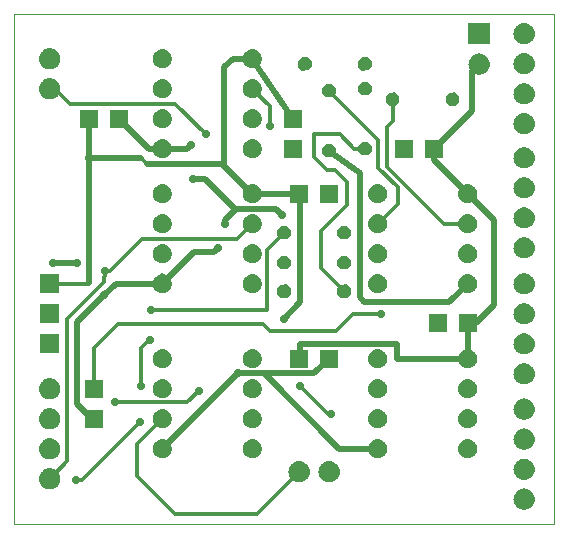
<source format=gbl>
G75*
G71*
%OFA0B0*%
%FSLAX23Y23*%
%IPPOS*%
%LPD*%
%ADD10C,0.1*%
%ADD11C,0.508*%
%ADD12C,0.305*%
%ADD13C,0.706*%
%LPD*%D10*
X0Y0D02*
X0Y100D01*
X0Y200D01*
X0Y300D01*
X0Y400D01*
X0Y500D01*
X0Y600D01*
X0Y700D01*
X0Y800D01*
X0Y900D01*
X0Y1000D01*
X0Y1099D01*
X0Y1199D01*
X0Y1299D01*
X0Y1399D01*
X0Y1499D01*
X0Y1599D01*
X0Y1699D01*
X0Y1799D01*
X0Y1899D01*
X0Y1999D01*
X0Y2099D01*
X0Y2199D01*
X0Y2299D01*
X0Y2399D01*
X0Y2499D01*
X0Y2599D01*
X0Y2699D01*
X0Y2799D01*
X0Y2899D01*
X0Y2999D01*
X0Y3099D01*
X0Y3198D01*
X0Y3298D01*
X0Y3398D01*
X0Y3498D01*
X0Y3598D01*
X0Y3698D01*
X0Y3798D01*
X0Y3898D01*
X0Y3998D01*
X0Y4098D01*
X0Y4198D01*
X0Y4298D01*
X0Y4398D01*
X0Y4498D01*
X0Y4598D01*
X0Y4698D01*
X0Y4798D01*
X0Y4898D01*
X0Y4998D01*
X0Y5098D01*
X0Y5198D01*
X0Y5298D01*
X0Y5397D01*
X0Y5497D01*
X0Y5597D01*
X0Y5697D01*
X0Y5797D01*
X0Y5897D01*
X0Y5997D01*
X0Y6097D01*
X0Y6197D01*
X0Y6297D01*
X0Y6397D01*
X0Y6497D01*
X0Y6597D01*
X0Y6697D01*
X0Y6797D01*
X0Y6897D01*
X0Y6997D01*
X0Y7097D01*
X0Y7197D01*
X0Y7297D01*
X0Y7397D01*
X0Y7496D01*
X0Y7596D01*
X0Y7696D01*
X0Y7796D01*
X0Y7896D01*
X0Y7996D01*
X0Y8096D01*
X0Y8196D01*
X0Y8296D01*
X0Y8396D01*
X0Y8496D01*
X0Y8596D01*
X0Y8696D01*
X0Y8796D01*
X0Y8896D01*
X0Y8996D01*
X0Y9096D01*
X0Y9196D01*
X0Y9296D01*
X0Y9396D01*
X0Y9496D01*
X0Y9596D01*
X0Y9695D01*
X0Y9795D01*
X0Y9895D01*
X0Y9995D01*
X0Y10095D01*
X0Y10195D01*
X0Y10295D01*
X0Y10395D01*
X0Y10495D01*
X0Y10595D01*
X0Y10695D01*
X0Y10795D01*
X0Y10895D01*
X0Y10995D01*
X0Y11095D01*
X0Y11195D01*
X0Y11295D01*
X0Y11395D01*
X0Y11495D01*
X0Y11595D01*
X0Y11695D01*
X0Y11794D01*
X0Y11894D01*
X0Y11994D01*
X0Y12094D01*
X0Y12194D01*
X0Y12294D01*
X0Y12394D01*
X0Y12494D01*
X0Y12594D01*
X0Y12694D01*
X0Y12794D01*
X0Y12894D01*
X0Y12994D01*
X0Y13094D01*
X0Y13194D01*
X0Y13294D01*
X0Y13394D01*
X0Y13494D01*
X0Y13594D01*
X0Y13694D01*
X0Y13794D01*
X0Y13894D01*
X0Y13993D01*
X0Y14093D01*
X0Y14193D01*
X0Y14293D01*
X0Y14393D01*
X0Y14493D01*
X0Y14593D01*
X0Y14693D01*
X0Y14793D01*
X0Y14893D01*
X0Y14993D01*
X0Y15093D01*
X0Y15193D01*
X0Y15293D01*
X0Y15393D01*
X0Y15493D01*
X0Y15593D01*
X0Y15693D01*
X0Y15793D01*
X0Y15893D01*
X0Y15993D01*
X0Y16092D01*
X0Y16192D01*
X0Y16292D01*
X0Y16392D01*
X0Y16492D01*
X0Y16592D01*
X0Y16692D01*
X0Y16792D01*
X0Y16892D01*
X0Y16992D01*
X0Y17092D01*
X0Y17192D01*
X0Y17292D01*
X0Y17392D01*
X0Y17492D01*
X0Y17592D01*
X0Y17692D01*
X0Y17792D01*
X0Y17892D01*
X0Y17992D01*
X0Y18092D01*
X0Y18191D01*
X0Y18291D01*
X0Y18391D01*
X0Y18491D01*
X0Y18591D01*
X0Y18691D01*
X0Y18791D01*
X0Y18891D01*
X0Y18991D01*
X0Y19091D01*
X0Y19191D01*
X0Y19291D01*
X0Y19391D01*
X0Y19491D01*
X0Y19591D01*
X0Y19691D01*
X0Y19791D01*
X0Y19891D01*
X0Y19991D01*
X0Y20091D01*
X0Y20191D01*
X0Y20291D01*
X0Y20390D01*
X0Y20490D01*
X0Y20590D01*
X0Y20690D01*
X0Y20790D01*
X0Y20890D01*
X0Y20990D01*
X0Y21090D01*
X0Y21190D01*
X0Y21290D01*
X0Y21390D01*
X0Y21490D01*
X0Y21590D01*
X0Y21690D01*
X0Y21790D01*
X0Y21890D01*
X0Y21990D01*
X0Y22090D01*
X0Y22190D01*
X0Y22290D01*
X0Y22390D01*
X0Y22489D01*
X0Y22589D01*
X0Y22689D01*
X0Y22789D01*
X0Y22889D01*
X0Y22989D01*
X0Y23089D01*
X0Y23189D01*
X0Y23289D01*
X0Y23389D01*
X0Y23489D01*
X0Y23589D01*
X0Y23689D01*
X0Y23789D01*
X0Y23889D01*
X0Y23989D01*
X0Y24089D01*
X0Y24189D01*
X0Y24289D01*
X0Y24389D01*
X0Y24489D01*
X0Y24589D01*
X0Y24688D01*
X0Y24788D01*
X0Y24888D01*
X0Y24988D01*
X0Y25088D01*
X0Y25188D01*
X0Y25288D01*
X0Y25388D01*
X0Y25488D01*
X0Y25588D01*
X0Y25688D01*
X0Y25788D01*
X0Y25888D01*
X0Y25988D01*
X0Y26088D01*
X0Y26188D01*
X0Y26288D01*
X0Y26388D01*
X0Y26488D01*
X0Y26588D01*
X0Y26688D01*
X0Y26787D01*
X0Y26887D01*
X0Y26987D01*
X0Y27087D01*
X0Y27187D01*
X0Y27287D01*
X0Y27387D01*
X0Y27487D01*
X0Y27587D01*
X0Y27687D01*
X0Y27787D01*
X0Y27887D01*
X0Y27987D01*
X0Y28087D01*
X0Y28187D01*
X0Y28287D01*
X0Y28387D01*
X0Y28487D01*
X0Y28587D01*
X0Y28687D01*
X0Y28787D01*
X0Y28887D01*
X0Y28986D01*
X0Y29086D01*
X0Y29186D01*
X0Y29286D01*
X0Y29386D01*
X0Y29486D01*
X0Y29586D01*
X0Y29686D01*
X0Y29786D01*
X0Y29886D01*
X0Y29986D01*
X0Y30086D01*
X0Y30186D01*
X0Y30286D01*
X0Y30386D01*
X0Y30486D01*
X0Y30586D01*
X0Y30686D01*
X0Y30786D01*
X0Y30886D01*
X0Y30986D01*
X0Y31085D01*
X0Y31185D01*
X0Y31285D01*
X0Y31385D01*
X0Y31485D01*
X0Y31585D01*
X0Y31685D01*
X0Y31785D01*
X0Y31885D01*
X0Y31985D01*
X0Y32085D01*
X0Y32185D01*
X0Y32285D01*
X0Y32385D01*
X0Y32485D01*
X0Y32585D01*
X0Y32685D01*
X0Y32785D01*
X0Y32885D01*
X0Y32985D01*
X0Y33085D01*
X0Y33185D01*
X0Y33284D01*
X0Y33384D01*
X0Y33484D01*
X0Y33584D01*
X0Y33684D01*
X0Y33784D01*
X0Y33884D01*
X0Y33984D01*
X0Y34084D01*
X0Y34184D01*
X0Y34284D01*
X0Y34384D01*
X0Y34484D01*
X0Y34584D01*
X0Y34684D01*
X0Y34784D01*
X0Y34884D01*
X0Y34984D01*
X0Y35084D01*
X0Y35184D01*
X0Y35284D01*
X0Y35384D01*
X0Y35483D01*
X0Y35583D01*
X0Y35683D01*
X0Y35783D01*
X0Y35883D01*
X0Y35983D01*
X0Y36083D01*
X0Y36183D01*
X0Y36283D01*
X0Y36383D01*
X0Y36483D01*
X0Y36583D01*
X0Y36683D01*
X0Y36783D01*
X0Y36883D01*
X0Y36983D01*
X0Y37083D01*
X0Y37183D01*
X0Y37283D01*
X0Y37383D01*
X0Y37483D01*
X0Y37582D01*
X0Y37682D01*
X0Y37782D01*
X0Y37882D01*
X0Y37982D01*
X0Y38082D01*
X0Y38182D01*
X0Y38282D01*
X0Y38382D01*
X0Y38482D01*
X0Y38582D01*
X0Y38682D01*
X0Y38782D01*
X0Y38882D01*
X0Y38982D01*
X0Y39082D01*
X0Y39182D01*
X0Y39282D01*
X0Y39382D01*
X0Y39482D01*
X0Y39582D01*
X0Y39682D01*
X0Y39781D01*
X0Y39881D01*
X0Y39981D01*
X0Y40081D01*
X0Y40181D01*
X0Y40281D01*
X0Y40381D01*
X0Y40481D01*
X0Y40581D01*
X0Y40681D01*
X0Y40781D01*
X0Y40881D01*
X0Y40981D01*
X0Y41081D01*
X0Y41181D01*
X0Y41281D01*
X0Y41381D01*
X0Y41481D01*
X0Y41581D01*
X0Y41681D01*
X0Y41781D01*
X0Y41881D01*
X0Y41980D01*
X0Y42080D01*
X0Y42180D01*
X0Y42280D01*
X0Y42380D01*
X0Y42480D01*
X0Y42580D01*
X0Y42680D01*
X0Y42780D01*
X0Y42880D01*
X0Y42980D01*
X0Y43080D01*
X0Y43180D01*
X100Y43180D01*
X200Y43180D01*
X299Y43180D01*
X399Y43180D01*
X499Y43180D01*
X599Y43180D01*
X699Y43180D01*
X799Y43180D01*
X898Y43180D01*
X998Y43180D01*
X1098Y43180D01*
X1198Y43180D01*
X1298Y43180D01*
X1398Y43180D01*
X1497Y43180D01*
X1597Y43180D01*
X1697Y43180D01*
X1797Y43180D01*
X1897Y43180D01*
X1996Y43180D01*
X2096Y43180D01*
X2196Y43180D01*
X2296Y43180D01*
X2396Y43180D01*
X2496Y43180D01*
X2595Y43180D01*
X2695Y43180D01*
X2795Y43180D01*
X2895Y43180D01*
X2995Y43180D01*
X3095Y43180D01*
X3194Y43180D01*
X3294Y43180D01*
X3394Y43180D01*
X3494Y43180D01*
X3594Y43180D01*
X3694Y43180D01*
X3793Y43180D01*
X3893Y43180D01*
X3993Y43180D01*
X4093Y43180D01*
X4193Y43180D01*
X4292Y43180D01*
X4392Y43180D01*
X4492Y43180D01*
X4592Y43180D01*
X4692Y43180D01*
X4792Y43180D01*
X4891Y43180D01*
X4991Y43180D01*
X5091Y43180D01*
X5191Y43180D01*
X5291Y43180D01*
X5391Y43180D01*
X5490Y43180D01*
X5590Y43180D01*
X5690Y43180D01*
X5790Y43180D01*
X5890Y43180D01*
X5989Y43180D01*
X6089Y43180D01*
X6189Y43180D01*
X6289Y43180D01*
X6389Y43180D01*
X6489Y43180D01*
X6588Y43180D01*
X6688Y43180D01*
X6788Y43180D01*
X6888Y43180D01*
X6988Y43180D01*
X7088Y43180D01*
X7187Y43180D01*
X7287Y43180D01*
X7387Y43180D01*
X7487Y43180D01*
X7587Y43180D01*
X7687Y43180D01*
X7786Y43180D01*
X7886Y43180D01*
X7986Y43180D01*
X8086Y43180D01*
X8186Y43180D01*
X8285Y43180D01*
X8385Y43180D01*
X8485Y43180D01*
X8585Y43180D01*
X8685Y43180D01*
X8785Y43180D01*
X8884Y43180D01*
X8984Y43180D01*
X9084Y43180D01*
X9184Y43180D01*
X9284Y43180D01*
X9384Y43180D01*
X9483Y43180D01*
X9583Y43180D01*
X9683Y43180D01*
X9783Y43180D01*
X9883Y43180D01*
X9982Y43180D01*
X10082Y43180D01*
X10182Y43180D01*
X10282Y43180D01*
X10382Y43180D01*
X10482Y43180D01*
X10581Y43180D01*
X10681Y43180D01*
X10781Y43180D01*
X10881Y43180D01*
X10981Y43180D01*
X11081Y43180D01*
X11180Y43180D01*
X11280Y43180D01*
X11380Y43180D01*
X11480Y43180D01*
X11580Y43180D01*
X11680Y43180D01*
X11779Y43180D01*
X11879Y43180D01*
X11979Y43180D01*
X12079Y43180D01*
X12179Y43180D01*
X12278Y43180D01*
X12378Y43180D01*
X12478Y43180D01*
X12578Y43180D01*
X12678Y43180D01*
X12778Y43180D01*
X12877Y43180D01*
X12977Y43180D01*
X13077Y43180D01*
X13177Y43180D01*
X13277Y43180D01*
X13377Y43180D01*
X13476Y43180D01*
X13576Y43180D01*
X13676Y43180D01*
X13776Y43180D01*
X13876Y43180D01*
X13975Y43180D01*
X14075Y43180D01*
X14175Y43180D01*
X14275Y43180D01*
X14375Y43180D01*
X14475Y43180D01*
X14574Y43180D01*
X14674Y43180D01*
X14774Y43180D01*
X14874Y43180D01*
X14974Y43180D01*
X15074Y43180D01*
X15173Y43180D01*
X15273Y43180D01*
X15373Y43180D01*
X15473Y43180D01*
X15573Y43180D01*
X15672Y43180D01*
X15772Y43180D01*
X15872Y43180D01*
X15972Y43180D01*
X16072Y43180D01*
X16172Y43180D01*
X16271Y43180D01*
X16371Y43180D01*
X16471Y43180D01*
X16571Y43180D01*
X16671Y43180D01*
X16771Y43180D01*
X16870Y43180D01*
X16970Y43180D01*
X17070Y43180D01*
X17170Y43180D01*
X17270Y43180D01*
X17370Y43180D01*
X17469Y43180D01*
X17569Y43180D01*
X17669Y43180D01*
X17769Y43180D01*
X17869Y43180D01*
X17968Y43180D01*
X18068Y43180D01*
X18168Y43180D01*
X18268Y43180D01*
X18368Y43180D01*
X18468Y43180D01*
X18567Y43180D01*
X18667Y43180D01*
X18767Y43180D01*
X18867Y43180D01*
X18967Y43180D01*
X19067Y43180D01*
X19166Y43180D01*
X19266Y43180D01*
X19366Y43180D01*
X19466Y43180D01*
X19566Y43180D01*
X19665Y43180D01*
X19765Y43180D01*
X19865Y43180D01*
X19965Y43180D01*
X20065Y43180D01*
X20165Y43180D01*
X20264Y43180D01*
X20364Y43180D01*
X20464Y43180D01*
X20564Y43180D01*
X20664Y43180D01*
X20764Y43180D01*
X20863Y43180D01*
X20963Y43180D01*
X21063Y43180D01*
X21163Y43180D01*
X21263Y43180D01*
X21363Y43180D01*
X21462Y43180D01*
X21562Y43180D01*
X21662Y43180D01*
X21762Y43180D01*
X21862Y43180D01*
X21961Y43180D01*
X22061Y43180D01*
X22161Y43180D01*
X22261Y43180D01*
X22361Y43180D01*
X22461Y43180D01*
X22560Y43180D01*
X22660Y43180D01*
X22760Y43180D01*
X22860Y43180D01*
X22960Y43180D01*
X23060Y43180D01*
X23159Y43180D01*
X23259Y43180D01*
X23359Y43180D01*
X23459Y43180D01*
X23559Y43180D01*
X23659Y43180D01*
X23758Y43180D01*
X23858Y43180D01*
X23958Y43180D01*
X24058Y43180D01*
X24158Y43180D01*
X24257Y43180D01*
X24357Y43180D01*
X24457Y43180D01*
X24557Y43180D01*
X24657Y43180D01*
X24757Y43180D01*
X24856Y43180D01*
X24956Y43180D01*
X25056Y43180D01*
X25156Y43180D01*
X25256Y43180D01*
X25356Y43180D01*
X25455Y43180D01*
X25555Y43180D01*
X25655Y43180D01*
X25755Y43180D01*
X25855Y43180D01*
X25954Y43180D01*
X26054Y43180D01*
X26154Y43180D01*
X26254Y43180D01*
X26354Y43180D01*
X26454Y43180D01*
X26553Y43180D01*
X26653Y43180D01*
X26753Y43180D01*
X26853Y43180D01*
X26953Y43180D01*
X27053Y43180D01*
X27152Y43180D01*
X27252Y43180D01*
X27352Y43180D01*
X27452Y43180D01*
X27552Y43180D01*
X27651Y43180D01*
X27751Y43180D01*
X27851Y43180D01*
X27951Y43180D01*
X28051Y43180D01*
X28151Y43180D01*
X28250Y43180D01*
X28350Y43180D01*
X28450Y43180D01*
X28550Y43180D01*
X28650Y43180D01*
X28750Y43180D01*
X28849Y43180D01*
X28949Y43180D01*
X29049Y43180D01*
X29149Y43180D01*
X29249Y43180D01*
X29349Y43180D01*
X29448Y43180D01*
X29548Y43180D01*
X29648Y43180D01*
X29748Y43180D01*
X29848Y43180D01*
X29947Y43180D01*
X30047Y43180D01*
X30147Y43180D01*
X30247Y43180D01*
X30347Y43180D01*
X30447Y43180D01*
X30546Y43180D01*
X30646Y43180D01*
X30746Y43180D01*
X30846Y43180D01*
X30946Y43180D01*
X31046Y43180D01*
X31145Y43180D01*
X31245Y43180D01*
X31345Y43180D01*
X31445Y43180D01*
X31545Y43180D01*
X31645Y43180D01*
X31744Y43180D01*
X31844Y43180D01*
X31944Y43180D01*
X32044Y43180D01*
X32144Y43180D01*
X32243Y43180D01*
X32343Y43180D01*
X32443Y43180D01*
X32543Y43180D01*
X32643Y43180D01*
X32743Y43180D01*
X32842Y43180D01*
X32942Y43180D01*
X33042Y43180D01*
X33142Y43180D01*
X33242Y43180D01*
X33342Y43180D01*
X33441Y43180D01*
X33541Y43180D01*
X33641Y43180D01*
X33741Y43180D01*
X33841Y43180D01*
X33940Y43180D01*
X34040Y43180D01*
X34140Y43180D01*
X34240Y43180D01*
X34340Y43180D01*
X34440Y43180D01*
X34539Y43180D01*
X34639Y43180D01*
X34739Y43180D01*
X34839Y43180D01*
X34939Y43180D01*
X35039Y43180D01*
X35138Y43180D01*
X35238Y43180D01*
X35338Y43180D01*
X35438Y43180D01*
X35538Y43180D01*
X35638Y43180D01*
X35737Y43180D01*
X35837Y43180D01*
X35937Y43180D01*
X36037Y43180D01*
X36137Y43180D01*
X36236Y43180D01*
X36336Y43180D01*
X36436Y43180D01*
X36536Y43180D01*
X36636Y43180D01*
X36736Y43180D01*
X36835Y43180D01*
X36935Y43180D01*
X37035Y43180D01*
X37135Y43180D01*
X37235Y43180D01*
X37335Y43180D01*
X37434Y43180D01*
X37534Y43180D01*
X37634Y43180D01*
X37734Y43180D01*
X37834Y43180D01*
X37934Y43180D01*
X38033Y43180D01*
X38133Y43180D01*
X38233Y43180D01*
X38333Y43180D01*
X38433Y43180D01*
X38532Y43180D01*
X38632Y43180D01*
X38732Y43180D01*
X38832Y43180D01*
X38932Y43180D01*
X39032Y43180D01*
X39131Y43180D01*
X39231Y43180D01*
X39331Y43180D01*
X39431Y43180D01*
X39531Y43180D01*
X39631Y43180D01*
X39730Y43180D01*
X39830Y43180D01*
X39930Y43180D01*
X40030Y43180D01*
X40130Y43180D01*
X40230Y43180D01*
X40329Y43180D01*
X40429Y43180D01*
X40529Y43180D01*
X40629Y43180D01*
X40729Y43180D01*
X40828Y43180D01*
X40928Y43180D01*
X41028Y43180D01*
X41128Y43180D01*
X41228Y43180D01*
X41328Y43180D01*
X41427Y43180D01*
X41527Y43180D01*
X41627Y43180D01*
X41727Y43180D01*
X41827Y43180D01*
X41927Y43180D01*
X42026Y43180D01*
X42126Y43180D01*
X42226Y43180D01*
X42326Y43180D01*
X42426Y43180D01*
X42525Y43180D01*
X42625Y43180D01*
X42725Y43180D01*
X42825Y43180D01*
X42925Y43180D01*
X43025Y43180D01*
X43124Y43180D01*
X43224Y43180D01*
X43324Y43180D01*
X43424Y43180D01*
X43524Y43180D01*
X43624Y43180D01*
X43723Y43180D01*
X43823Y43180D01*
X43923Y43180D01*
X44023Y43180D01*
X44123Y43180D01*
X44223Y43180D01*
X44322Y43180D01*
X44422Y43180D01*
X44522Y43180D01*
X44622Y43180D01*
X44722Y43180D01*
X44822Y43180D01*
X44921Y43180D01*
X45021Y43180D01*
X45121Y43180D01*
X45221Y43180D01*
X45321Y43180D01*
X45420Y43180D01*
X45520Y43180D01*
X45620Y43180D01*
X45720Y43180D01*
X45720Y43080D01*
X45720Y42980D01*
X45720Y42880D01*
X45720Y42780D01*
X45720Y42680D01*
X45720Y42580D01*
X45720Y42480D01*
X45720Y42380D01*
X45720Y42280D01*
X45720Y42180D01*
X45720Y42081D01*
X45720Y41981D01*
X45720Y41881D01*
X45720Y41781D01*
X45720Y41681D01*
X45720Y41581D01*
X45720Y41481D01*
X45720Y41381D01*
X45720Y41281D01*
X45720Y41181D01*
X45720Y41081D01*
X45720Y40981D01*
X45720Y40881D01*
X45720Y40781D01*
X45720Y40681D01*
X45720Y40581D01*
X45720Y40481D01*
X45720Y40381D01*
X45720Y40281D01*
X45720Y40181D01*
X45720Y40081D01*
X45720Y39982D01*
X45720Y39882D01*
X45720Y39782D01*
X45720Y39682D01*
X45720Y39582D01*
X45720Y39482D01*
X45720Y39382D01*
X45720Y39282D01*
X45720Y39182D01*
X45720Y39082D01*
X45720Y38982D01*
X45720Y38882D01*
X45720Y38782D01*
X45720Y38682D01*
X45720Y38582D01*
X45720Y38482D01*
X45720Y38382D01*
X45720Y38282D01*
X45720Y38182D01*
X45720Y38082D01*
X45720Y37982D01*
X45720Y37882D01*
X45720Y37783D01*
X45720Y37683D01*
X45720Y37583D01*
X45720Y37483D01*
X45720Y37383D01*
X45720Y37283D01*
X45720Y37183D01*
X45720Y37083D01*
X45720Y36983D01*
X45720Y36883D01*
X45720Y36783D01*
X45720Y36683D01*
X45720Y36583D01*
X45720Y36483D01*
X45720Y36383D01*
X45720Y36283D01*
X45720Y36183D01*
X45720Y36083D01*
X45720Y35983D01*
X45720Y35883D01*
X45720Y35783D01*
X45720Y35684D01*
X45720Y35584D01*
X45720Y35484D01*
X45720Y35384D01*
X45720Y35284D01*
X45720Y35184D01*
X45720Y35084D01*
X45720Y34984D01*
X45720Y34884D01*
X45720Y34784D01*
X45720Y34684D01*
X45720Y34584D01*
X45720Y34484D01*
X45720Y34384D01*
X45720Y34284D01*
X45720Y34184D01*
X45720Y34084D01*
X45720Y33984D01*
X45720Y33884D01*
X45720Y33784D01*
X45720Y33684D01*
X45720Y33584D01*
X45720Y33485D01*
X45720Y33385D01*
X45720Y33285D01*
X45720Y33185D01*
X45720Y33085D01*
X45720Y32985D01*
X45720Y32885D01*
X45720Y32785D01*
X45720Y32685D01*
X45720Y32585D01*
X45720Y32485D01*
X45720Y32385D01*
X45720Y32285D01*
X45720Y32185D01*
X45720Y32085D01*
X45720Y31985D01*
X45720Y31885D01*
X45720Y31785D01*
X45720Y31685D01*
X45720Y31585D01*
X45720Y31485D01*
X45720Y31386D01*
X45720Y31286D01*
X45720Y31186D01*
X45720Y31086D01*
X45720Y30986D01*
X45720Y30886D01*
X45720Y30786D01*
X45720Y30686D01*
X45720Y30586D01*
X45720Y30486D01*
X45720Y30386D01*
X45720Y30286D01*
X45720Y30186D01*
X45720Y30086D01*
X45720Y29986D01*
X45720Y29886D01*
X45720Y29786D01*
X45720Y29686D01*
X45720Y29586D01*
X45720Y29486D01*
X45720Y29386D01*
X45720Y29286D01*
X45720Y29187D01*
X45720Y29087D01*
X45720Y28987D01*
X45720Y28887D01*
X45720Y28787D01*
X45720Y28687D01*
X45720Y28587D01*
X45720Y28487D01*
X45720Y28387D01*
X45720Y28287D01*
X45720Y28187D01*
X45720Y28087D01*
X45720Y27987D01*
X45720Y27887D01*
X45720Y27787D01*
X45720Y27687D01*
X45720Y27587D01*
X45720Y27487D01*
X45720Y27387D01*
X45720Y27287D01*
X45720Y27187D01*
X45720Y27088D01*
X45720Y26988D01*
X45720Y26888D01*
X45720Y26788D01*
X45720Y26688D01*
X45720Y26588D01*
X45720Y26488D01*
X45720Y26388D01*
X45720Y26288D01*
X45720Y26188D01*
X45720Y26088D01*
X45720Y25988D01*
X45720Y25888D01*
X45720Y25788D01*
X45720Y25688D01*
X45720Y25588D01*
X45720Y25488D01*
X45720Y25388D01*
X45720Y25288D01*
X45720Y25188D01*
X45720Y25088D01*
X45720Y24989D01*
X45720Y24889D01*
X45720Y24789D01*
X45720Y24689D01*
X45720Y24589D01*
X45720Y24489D01*
X45720Y24389D01*
X45720Y24289D01*
X45720Y24189D01*
X45720Y24089D01*
X45720Y23989D01*
X45720Y23889D01*
X45720Y23789D01*
X45720Y23689D01*
X45720Y23589D01*
X45720Y23489D01*
X45720Y23389D01*
X45720Y23289D01*
X45720Y23189D01*
X45720Y23089D01*
X45720Y22989D01*
X45720Y22889D01*
X45720Y22790D01*
X45720Y22690D01*
X45720Y22590D01*
X45720Y22490D01*
X45720Y22390D01*
X45720Y22290D01*
X45720Y22190D01*
X45720Y22090D01*
X45720Y21990D01*
X45720Y21890D01*
X45720Y21790D01*
X45720Y21690D01*
X45720Y21590D01*
X45720Y21490D01*
X45720Y21390D01*
X45720Y21290D01*
X45720Y21190D01*
X45720Y21090D01*
X45720Y20990D01*
X45720Y20890D01*
X45720Y20790D01*
X45720Y20691D01*
X45720Y20591D01*
X45720Y20491D01*
X45720Y20391D01*
X45720Y20291D01*
X45720Y20191D01*
X45720Y20091D01*
X45720Y19991D01*
X45720Y19891D01*
X45720Y19791D01*
X45720Y19691D01*
X45720Y19591D01*
X45720Y19491D01*
X45720Y19391D01*
X45720Y19291D01*
X45720Y19191D01*
X45720Y19091D01*
X45720Y18991D01*
X45720Y18891D01*
X45720Y18791D01*
X45720Y18691D01*
X45720Y18591D01*
X45720Y18492D01*
X45720Y18392D01*
X45720Y18292D01*
X45720Y18192D01*
X45720Y18092D01*
X45720Y17992D01*
X45720Y17892D01*
X45720Y17792D01*
X45720Y17692D01*
X45720Y17592D01*
X45720Y17492D01*
X45720Y17392D01*
X45720Y17292D01*
X45720Y17192D01*
X45720Y17092D01*
X45720Y16992D01*
X45720Y16892D01*
X45720Y16792D01*
X45720Y16692D01*
X45720Y16592D01*
X45720Y16492D01*
X45720Y16393D01*
X45720Y16293D01*
X45720Y16193D01*
X45720Y16093D01*
X45720Y15993D01*
X45720Y15893D01*
X45720Y15793D01*
X45720Y15693D01*
X45720Y15593D01*
X45720Y15493D01*
X45720Y15393D01*
X45720Y15293D01*
X45720Y15193D01*
X45720Y15093D01*
X45720Y14993D01*
X45720Y14893D01*
X45720Y14793D01*
X45720Y14693D01*
X45720Y14593D01*
X45720Y14493D01*
X45720Y14393D01*
X45720Y14293D01*
X45720Y14194D01*
X45720Y14094D01*
X45720Y13994D01*
X45720Y13894D01*
X45720Y13794D01*
X45720Y13694D01*
X45720Y13594D01*
X45720Y13494D01*
X45720Y13394D01*
X45720Y13294D01*
X45720Y13194D01*
X45720Y13094D01*
X45720Y12994D01*
X45720Y12894D01*
X45720Y12794D01*
X45720Y12694D01*
X45720Y12594D01*
X45720Y12494D01*
X45720Y12394D01*
X45720Y12294D01*
X45720Y12194D01*
X45720Y12095D01*
X45720Y11995D01*
X45720Y11895D01*
X45720Y11795D01*
X45720Y11695D01*
X45720Y11595D01*
X45720Y11495D01*
X45720Y11395D01*
X45720Y11295D01*
X45720Y11195D01*
X45720Y11095D01*
X45720Y10995D01*
X45720Y10895D01*
X45720Y10795D01*
X45720Y10695D01*
X45720Y10595D01*
X45720Y10495D01*
X45720Y10395D01*
X45720Y10295D01*
X45720Y10195D01*
X45720Y10095D01*
X45720Y9995D01*
X45720Y9896D01*
X45720Y9796D01*
X45720Y9696D01*
X45720Y9596D01*
X45720Y9496D01*
X45720Y9396D01*
X45720Y9296D01*
X45720Y9196D01*
X45720Y9096D01*
X45720Y8996D01*
X45720Y8896D01*
X45720Y8796D01*
X45720Y8696D01*
X45720Y8596D01*
X45720Y8496D01*
X45720Y8396D01*
X45720Y8296D01*
X45720Y8196D01*
X45720Y8096D01*
X45720Y7996D01*
X45720Y7896D01*
X45720Y7796D01*
X45720Y7697D01*
X45720Y7597D01*
X45720Y7497D01*
X45720Y7397D01*
X45720Y7297D01*
X45720Y7197D01*
X45720Y7097D01*
X45720Y6997D01*
X45720Y6897D01*
X45720Y6797D01*
X45720Y6697D01*
X45720Y6597D01*
X45720Y6497D01*
X45720Y6397D01*
X45720Y6297D01*
X45720Y6197D01*
X45720Y6097D01*
X45720Y5997D01*
X45720Y5897D01*
X45720Y5797D01*
X45720Y5697D01*
X45720Y5598D01*
X45720Y5498D01*
X45720Y5398D01*
X45720Y5298D01*
X45720Y5198D01*
X45720Y5098D01*
X45720Y4998D01*
X45720Y4898D01*
X45720Y4798D01*
X45720Y4698D01*
X45720Y4598D01*
X45720Y4498D01*
X45720Y4398D01*
X45720Y4298D01*
X45720Y4198D01*
X45720Y4098D01*
X45720Y3998D01*
X45720Y3898D01*
X45720Y3798D01*
X45720Y3698D01*
X45720Y3598D01*
X45720Y3498D01*
X45720Y3399D01*
X45720Y3299D01*
X45720Y3199D01*
X45720Y3099D01*
X45720Y2999D01*
X45720Y2899D01*
X45720Y2799D01*
X45720Y2699D01*
X45720Y2599D01*
X45720Y2499D01*
X45720Y2399D01*
X45720Y2299D01*
X45720Y2199D01*
X45720Y2099D01*
X45720Y1999D01*
X45720Y1899D01*
X45720Y1799D01*
X45720Y1699D01*
X45720Y1599D01*
X45720Y1499D01*
X45720Y1399D01*
X45720Y1299D01*
X45720Y1200D01*
X45720Y1100D01*
X45720Y1000D01*
X45720Y900D01*
X45720Y800D01*
X45720Y700D01*
X45720Y600D01*
X45720Y500D01*
X45720Y400D01*
X45720Y300D01*
X45720Y200D01*
X45720Y100D01*
X45720Y0D01*
X45620Y0D01*
X45520Y0D01*
X45421Y0D01*
X45321Y0D01*
X45221Y0D01*
X45121Y0D01*
X45021Y0D01*
X44921Y0D01*
X44822Y0D01*
X44722Y0D01*
X44622Y0D01*
X44522Y0D01*
X44422Y0D01*
X44322Y0D01*
X44223Y0D01*
X44123Y0D01*
X44023Y0D01*
X43923Y0D01*
X43823Y0D01*
X43724Y0D01*
X43624Y0D01*
X43524Y0D01*
X43424Y0D01*
X43324Y0D01*
X43224Y0D01*
X43125Y0D01*
X43025Y0D01*
X42925Y0D01*
X42825Y0D01*
X42725Y0D01*
X42625Y0D01*
X42526Y0D01*
X42426Y0D01*
X42326Y0D01*
X42226Y0D01*
X42126Y0D01*
X42026Y0D01*
X41927Y0D01*
X41827Y0D01*
X41727Y0D01*
X41627Y0D01*
X41527Y0D01*
X41428Y0D01*
X41328Y0D01*
X41228Y0D01*
X41128Y0D01*
X41028Y0D01*
X40928Y0D01*
X40829Y0D01*
X40729Y0D01*
X40629Y0D01*
X40529Y0D01*
X40429Y0D01*
X40329Y0D01*
X40230Y0D01*
X40130Y0D01*
X40030Y0D01*
X39930Y0D01*
X39830Y0D01*
X39731Y0D01*
X39631Y0D01*
X39531Y0D01*
X39431Y0D01*
X39331Y0D01*
X39231Y0D01*
X39132Y0D01*
X39032Y0D01*
X38932Y0D01*
X38832Y0D01*
X38732Y0D01*
X38632Y0D01*
X38533Y0D01*
X38433Y0D01*
X38333Y0D01*
X38233Y0D01*
X38133Y0D01*
X38033Y0D01*
X37934Y0D01*
X37834Y0D01*
X37734Y0D01*
X37634Y0D01*
X37534Y0D01*
X37435Y0D01*
X37335Y0D01*
X37235Y0D01*
X37135Y0D01*
X37035Y0D01*
X36935Y0D01*
X36836Y0D01*
X36736Y0D01*
X36636Y0D01*
X36536Y0D01*
X36436Y0D01*
X36336Y0D01*
X36237Y0D01*
X36137Y0D01*
X36037Y0D01*
X35937Y0D01*
X35837Y0D01*
X35738Y0D01*
X35638Y0D01*
X35538Y0D01*
X35438Y0D01*
X35338Y0D01*
X35238Y0D01*
X35139Y0D01*
X35039Y0D01*
X34939Y0D01*
X34839Y0D01*
X34739Y0D01*
X34639Y0D01*
X34540Y0D01*
X34440Y0D01*
X34340Y0D01*
X34240Y0D01*
X34140Y0D01*
X34040Y0D01*
X33941Y0D01*
X33841Y0D01*
X33741Y0D01*
X33641Y0D01*
X33541Y0D01*
X33442Y0D01*
X33342Y0D01*
X33242Y0D01*
X33142Y0D01*
X33042Y0D01*
X32942Y0D01*
X32843Y0D01*
X32743Y0D01*
X32643Y0D01*
X32543Y0D01*
X32443Y0D01*
X32343Y0D01*
X32244Y0D01*
X32144Y0D01*
X32044Y0D01*
X31944Y0D01*
X31844Y0D01*
X31745Y0D01*
X31645Y0D01*
X31545Y0D01*
X31445Y0D01*
X31345Y0D01*
X31245Y0D01*
X31146Y0D01*
X31046Y0D01*
X30946Y0D01*
X30846Y0D01*
X30746Y0D01*
X30646Y0D01*
X30547Y0D01*
X30447Y0D01*
X30347Y0D01*
X30247Y0D01*
X30147Y0D01*
X30048Y0D01*
X29948Y0D01*
X29848Y0D01*
X29748Y0D01*
X29648Y0D01*
X29548Y0D01*
X29449Y0D01*
X29349Y0D01*
X29249Y0D01*
X29149Y0D01*
X29049Y0D01*
X28949Y0D01*
X28850Y0D01*
X28750Y0D01*
X28650Y0D01*
X28550Y0D01*
X28450Y0D01*
X28350Y0D01*
X28251Y0D01*
X28151Y0D01*
X28051Y0D01*
X27951Y0D01*
X27851Y0D01*
X27752Y0D01*
X27652Y0D01*
X27552Y0D01*
X27452Y0D01*
X27352Y0D01*
X27252Y0D01*
X27153Y0D01*
X27053Y0D01*
X26953Y0D01*
X26853Y0D01*
X26753Y0D01*
X26653Y0D01*
X26554Y0D01*
X26454Y0D01*
X26354Y0D01*
X26254Y0D01*
X26154Y0D01*
X26055Y0D01*
X25955Y0D01*
X25855Y0D01*
X25755Y0D01*
X25655Y0D01*
X25555Y0D01*
X25456Y0D01*
X25356Y0D01*
X25256Y0D01*
X25156Y0D01*
X25056Y0D01*
X24956Y0D01*
X24857Y0D01*
X24757Y0D01*
X24657Y0D01*
X24557Y0D01*
X24457Y0D01*
X24357Y0D01*
X24258Y0D01*
X24158Y0D01*
X24058Y0D01*
X23958Y0D01*
X23858Y0D01*
X23759Y0D01*
X23659Y0D01*
X23559Y0D01*
X23459Y0D01*
X23359Y0D01*
X23259Y0D01*
X23160Y0D01*
X23060Y0D01*
X22960Y0D01*
X22860Y0D01*
X22760Y0D01*
X22660Y0D01*
X22561Y0D01*
X22461Y0D01*
X22361Y0D01*
X22261Y0D01*
X22161Y0D01*
X22061Y0D01*
X21962Y0D01*
X21862Y0D01*
X21762Y0D01*
X21662Y0D01*
X21562Y0D01*
X21463Y0D01*
X21363Y0D01*
X21263Y0D01*
X21163Y0D01*
X21063Y0D01*
X20963Y0D01*
X20864Y0D01*
X20764Y0D01*
X20664Y0D01*
X20564Y0D01*
X20464Y0D01*
X20364Y0D01*
X20265Y0D01*
X20165Y0D01*
X20065Y0D01*
X19965Y0D01*
X19865Y0D01*
X19766Y0D01*
X19666Y0D01*
X19566Y0D01*
X19466Y0D01*
X19366Y0D01*
X19266Y0D01*
X19167Y0D01*
X19067Y0D01*
X18967Y0D01*
X18867Y0D01*
X18767Y0D01*
X18667Y0D01*
X18568Y0D01*
X18468Y0D01*
X18368Y0D01*
X18268Y0D01*
X18168Y0D01*
X18069Y0D01*
X17969Y0D01*
X17869Y0D01*
X17769Y0D01*
X17669Y0D01*
X17569Y0D01*
X17470Y0D01*
X17370Y0D01*
X17270Y0D01*
X17170Y0D01*
X17070Y0D01*
X16970Y0D01*
X16871Y0D01*
X16771Y0D01*
X16671Y0D01*
X16571Y0D01*
X16471Y0D01*
X16371Y0D01*
X16272Y0D01*
X16172Y0D01*
X16072Y0D01*
X15972Y0D01*
X15872Y0D01*
X15773Y0D01*
X15673Y0D01*
X15573Y0D01*
X15473Y0D01*
X15373Y0D01*
X15273Y0D01*
X15174Y0D01*
X15074Y0D01*
X14974Y0D01*
X14874Y0D01*
X14774Y0D01*
X14674Y0D01*
X14575Y0D01*
X14475Y0D01*
X14375Y0D01*
X14275Y0D01*
X14175Y0D01*
X14075Y0D01*
X13976Y0D01*
X13876Y0D01*
X13776Y0D01*
X13676Y0D01*
X13576Y0D01*
X13477Y0D01*
X13377Y0D01*
X13277Y0D01*
X13177Y0D01*
X13077Y0D01*
X12977Y0D01*
X12878Y0D01*
X12778Y0D01*
X12678Y0D01*
X12578Y0D01*
X12478Y0D01*
X12378Y0D01*
X12279Y0D01*
X12179Y0D01*
X12079Y0D01*
X11979Y0D01*
X11879Y0D01*
X11780Y0D01*
X11680Y0D01*
X11580Y0D01*
X11480Y0D01*
X11380Y0D01*
X11280Y0D01*
X11181Y0D01*
X11081Y0D01*
X10981Y0D01*
X10881Y0D01*
X10781Y0D01*
X10681Y0D01*
X10582Y0D01*
X10482Y0D01*
X10382Y0D01*
X10282Y0D01*
X10182Y0D01*
X10082Y0D01*
X9983Y0D01*
X9883Y0D01*
X9783Y0D01*
X9683Y0D01*
X9583Y0D01*
X9484Y0D01*
X9384Y0D01*
X9284Y0D01*
X9184Y0D01*
X9084Y0D01*
X8984Y0D01*
X8885Y0D01*
X8785Y0D01*
X8685Y0D01*
X8585Y0D01*
X8485Y0D01*
X8385Y0D01*
X8286Y0D01*
X8186Y0D01*
X8086Y0D01*
X7986Y0D01*
X7886Y0D01*
X7786Y0D01*
X7687Y0D01*
X7587Y0D01*
X7487Y0D01*
X7387Y0D01*
X7287Y0D01*
X7188Y0D01*
X7088Y0D01*
X6988Y0D01*
X6888Y0D01*
X6788Y0D01*
X6688Y0D01*
X6589Y0D01*
X6489Y0D01*
X6389Y0D01*
X6289Y0D01*
X6189Y0D01*
X6089Y0D01*
X5990Y0D01*
X5890Y0D01*
X5790Y0D01*
X5690Y0D01*
X5590Y0D01*
X5490Y0D01*
X5391Y0D01*
X5291Y0D01*
X5191Y0D01*
X5091Y0D01*
X4991Y0D01*
X4892Y0D01*
X4792Y0D01*
X4692Y0D01*
X4592Y0D01*
X4492Y0D01*
X4392Y0D01*
X4293Y0D01*
X4193Y0D01*
X4093Y0D01*
X3993Y0D01*
X3893Y0D01*
X3793Y0D01*
X3694Y0D01*
X3594Y0D01*
X3494Y0D01*
X3394Y0D01*
X3294Y0D01*
X3195Y0D01*
X3095Y0D01*
X2995Y0D01*
X2895Y0D01*
X2795Y0D01*
X2695Y0D01*
X2596Y0D01*
X2496Y0D01*
X2396Y0D01*
X2296Y0D01*
X2196Y0D01*
X2096Y0D01*
X1997Y0D01*
X1897Y0D01*
X1797Y0D01*
X1697Y0D01*
X1597Y0D01*
X1497Y0D01*
X1398Y0D01*
X1298Y0D01*
X1198Y0D01*
X1098Y0D01*
X998Y0D01*
X898Y0D01*
X799Y0D01*
X699Y0D01*
X599Y0D01*
X499Y0D01*
X399Y0D01*
X300Y0D01*
X200Y0D01*
X100Y0D01*
X0Y0D01*
X0Y0D01*
D11*
X11430Y31750D02*
X8890Y34290D01*
D11*
X12540Y31750D02*
X11430Y31750D01*
D11*
X18918Y12728D02*
X12540Y6350D01*
D11*
X14640Y31750D02*
X12540Y31750D01*
D11*
X14982Y32092D02*
X14640Y31750D01*
D11*
X16132Y29218D02*
X15126Y29218D01*
D11*
X18719Y26631D02*
X16132Y29218D01*
D11*
X22168Y26631D02*
X18719Y26631D01*
D11*
X22671Y26128D02*
X22168Y26631D01*
D11*
X35860Y17028D02*
X35860Y17028D01*
D11*
X26627Y27897D02*
X26670Y27940D01*
D11*
X26670Y27940D02*
X26670Y27940D01*
D11*
X12540Y20799D02*
X12540Y20320D01*
D11*
X17814Y25668D02*
X17814Y25408D01*
D11*
X18778Y26631D02*
X17814Y25668D01*
D11*
X26670Y13810D02*
X26670Y13970D01*
D11*
X21131Y12728D02*
X18918Y12728D01*
D11*
X27509Y6350D02*
X21131Y12728D01*
D11*
X30780Y6350D02*
X27509Y6350D01*
D11*
X25428Y12728D02*
X26670Y13970D01*
D11*
X21131Y12728D02*
X25428Y12728D01*
D11*
X12540Y20955D02*
X12540Y20320D01*
D11*
X15240Y23020D02*
X12540Y20320D01*
D11*
X16891Y23020D02*
X15240Y23020D01*
D11*
X17269Y23317D02*
X16891Y23020D01*
D11*
X5132Y22032D02*
X3270Y22032D01*
D11*
X5336Y22072D02*
X5132Y22032D01*
D11*
X8634Y20320D02*
X7645Y19331D01*
D11*
X12540Y20320D02*
X8634Y20320D01*
D11*
X6612Y8890D02*
X6772Y8890D01*
D11*
X5336Y10166D02*
X6612Y8890D01*
D11*
X5336Y17047D02*
X5336Y10166D01*
D11*
X7645Y19331D02*
X5336Y17047D01*
D12*
X29117Y31750D02*
X29714Y31750D01*
D12*
X28786Y31750D02*
X29714Y31750D01*
D12*
X27581Y32954D02*
X28786Y31750D01*
D12*
X25400Y32954D02*
X27581Y32954D01*
D12*
X25400Y32954D02*
X25400Y32954D01*
D12*
X25400Y31036D02*
X25400Y32954D01*
D12*
X26506Y29930D02*
X25400Y31036D01*
D12*
X27169Y29930D02*
X26506Y29930D01*
D12*
X28153Y28946D02*
X27169Y29930D01*
D12*
X28153Y26939D02*
X28153Y28946D01*
D12*
X25953Y24740D02*
X28153Y26939D01*
D12*
X25953Y21669D02*
X25953Y24740D01*
D12*
X27940Y19682D02*
X25953Y21669D01*
D12*
X26565Y9307D02*
X26807Y9307D01*
D12*
X24229Y11642D02*
X26565Y9307D01*
D12*
X15643Y11270D02*
X14654Y10281D01*
D12*
X14654Y10281D02*
X8552Y10281D01*
D11*
X20160Y27940D02*
X17620Y30480D01*
D11*
X18493Y39370D02*
X20160Y39370D01*
D11*
X17780Y38657D02*
X18493Y39370D01*
D11*
X17780Y30480D02*
X17780Y38657D01*
D11*
X20160Y27940D02*
X24130Y27940D01*
D12*
X20160Y27940D02*
X20160Y27940D01*
D12*
X20160Y39370D02*
X20160Y39370D01*
D11*
X23626Y34290D02*
X20160Y39370D01*
D11*
X38400Y17028D02*
X38400Y13970D01*
D12*
X38400Y17028D02*
X38400Y17028D01*
D11*
X32450Y13970D02*
X38400Y13970D01*
D11*
X32450Y15240D02*
X32450Y13970D01*
D11*
X24176Y15240D02*
X32450Y15240D01*
D11*
X24176Y15240D02*
X24176Y13970D01*
D12*
X24130Y13970D02*
X24176Y13970D01*
D12*
X6270Y20320D02*
X3012Y20320D01*
D11*
X24130Y27940D02*
X24180Y27940D01*
D11*
X24180Y18727D02*
X24180Y27940D01*
D11*
X22815Y17362D02*
X24180Y18727D01*
D11*
X6350Y20400D02*
X6350Y34290D01*
D12*
X6270Y20320D02*
X6350Y20400D01*
D12*
X6350Y34290D02*
X6350Y34290D01*
D12*
X6350Y34290D02*
X6350Y34290D01*
D11*
X6350Y34290D02*
X6350Y30989D01*
D11*
X10737Y30989D02*
X6350Y30989D01*
D12*
X11246Y30480D02*
X10737Y30989D01*
D11*
X17620Y30480D02*
X11246Y30480D01*
D12*
X6350Y34290D02*
X6350Y34290D01*
D12*
X3012Y20320D02*
X6270Y20320D01*
D12*
X6350Y34290D02*
X6350Y34290D01*
D12*
X6350Y34290D02*
X6350Y34290D01*
D11*
X38400Y17028D02*
X38606Y17028D01*
D11*
X35560Y30780D02*
X38400Y27940D01*
D11*
X35560Y31750D02*
X35560Y30780D01*
D11*
X38400Y27940D02*
X38400Y27940D01*
D11*
X38765Y38310D02*
X39370Y38915D01*
D11*
X38765Y34955D02*
X38765Y38310D01*
D11*
X35560Y31750D02*
X38765Y34955D01*
D11*
X39370Y38915D02*
X39370Y38915D01*
D11*
X35560Y31750D02*
X35560Y31750D01*
D11*
X40640Y25700D02*
X38400Y27940D01*
D11*
X40640Y18526D02*
X40640Y25700D01*
D11*
X39141Y17028D02*
X40640Y18526D01*
D11*
X38400Y17028D02*
X39141Y17028D01*
D12*
X4708Y35560D02*
X3438Y36830D01*
D12*
X13598Y35560D02*
X4708Y35560D01*
D12*
X16204Y32954D02*
X13598Y35560D01*
D12*
X3438Y36830D02*
X3438Y36830D01*
D12*
X10384Y6734D02*
X12540Y8890D01*
D12*
X10384Y4017D02*
X10384Y6734D01*
D12*
X13589Y812D02*
X10384Y4017D01*
D12*
X20529Y812D02*
X13589Y812D01*
D12*
X24130Y4413D02*
X20529Y812D01*
D12*
X21415Y23194D02*
X22860Y24639D01*
D12*
X21415Y23194D02*
X21415Y18114D01*
D12*
X11603Y18114D02*
X21415Y18114D01*
D12*
X11438Y15558D02*
X11520Y15558D01*
D12*
X10778Y14898D02*
X11438Y15558D01*
D12*
X10778Y11682D02*
X10778Y14898D01*
D12*
X10613Y8631D02*
X10696Y8631D01*
D12*
X5733Y3669D02*
X5221Y3669D01*
D12*
X10696Y8631D02*
X5733Y3669D01*
D12*
X32050Y34108D02*
X32050Y35939D01*
D12*
X31558Y33616D02*
X32050Y34108D01*
D12*
X31558Y30227D02*
X31558Y33616D01*
D12*
X36384Y25400D02*
X31558Y30227D01*
D12*
X38400Y25400D02*
X36384Y25400D01*
D12*
X38400Y25400D02*
X38400Y25400D01*
D12*
X18894Y24134D02*
X20160Y25400D01*
D12*
X10818Y24134D02*
X18894Y24134D01*
D12*
X8097Y21412D02*
X10818Y24134D01*
D12*
X7727Y21412D02*
X8097Y21412D01*
D12*
X21663Y35327D02*
X21663Y33699D01*
D12*
X20160Y36830D02*
X21663Y35327D01*
D12*
X7645Y20495D02*
X7727Y21412D01*
D12*
X4512Y17362D02*
X7645Y20495D01*
D12*
X4512Y5309D02*
X4512Y17362D01*
D12*
X3012Y3810D02*
X4512Y5309D01*
D12*
X3012Y3810D02*
X3012Y3810D01*
D11*
X29249Y29675D02*
X26670Y31580D01*
D11*
X29249Y19186D02*
X29249Y29675D01*
D11*
X29661Y18774D02*
X29249Y19186D01*
D11*
X36854Y18774D02*
X29661Y18774D01*
D11*
X38400Y20320D02*
X36854Y18774D01*
D12*
X30838Y32492D02*
X26670Y36660D01*
D12*
X30838Y30122D02*
X30838Y32492D01*
D12*
X32472Y28488D02*
X30838Y30122D01*
D12*
X32472Y27092D02*
X32472Y28488D01*
D12*
X30780Y25400D02*
X32472Y27092D01*
D12*
X6772Y14892D02*
X6772Y11430D01*
D12*
X8773Y16893D02*
X6772Y14892D01*
D12*
X21110Y16893D02*
X8773Y16893D01*
D12*
X21663Y16341D02*
X21110Y16893D01*
D12*
X27279Y16341D02*
X21663Y16341D01*
D12*
X28716Y17777D02*
X27279Y16341D01*
D12*
X31036Y17777D02*
X28716Y17777D01*
D13*
X18918Y12728D03*
D13*
X3270Y22032D03*
D13*
X22671Y26128D03*
D13*
X15126Y29218D03*
D13*
X14982Y32092D03*
D13*
X17814Y25408D03*
D13*
X17269Y23317D03*
D13*
X5336Y22072D03*
D13*
X7645Y19331D03*
D13*
X26807Y9307D03*
D13*
X24229Y11642D03*
D13*
X8552Y10281D03*
D13*
X15643Y11270D03*
D13*
X22815Y17362D03*
D13*
X6350Y30989D03*
D13*
X16204Y32954D03*
D13*
X11603Y18114D03*
D13*
X11520Y15558D03*
D13*
X10696Y8631D03*
D13*
X10778Y11682D03*
D13*
X5221Y3669D03*
D13*
X7727Y21412D03*
D13*
X21663Y33699D03*
D13*
X31036Y17777D03*
G36*
X12540Y40170D02*
X12540Y40170D01*
X12636Y40164D01*
X12732Y40147D01*
X12824Y40118D01*
X12912Y40079D01*
X12994Y40028D01*
X13070Y39969D01*
X13139Y39900D01*
X13198Y39824D01*
X13249Y39742D01*
X13288Y39654D01*
X13317Y39562D01*
X13334Y39466D01*
X13340Y39370D01*
X13340Y39370D01*
X13334Y39274D01*
X13317Y39178D01*
X13288Y39086D01*
X13249Y38998D01*
X13198Y38916D01*
X13139Y38840D01*
X13070Y38771D01*
X12994Y38712D01*
X12912Y38661D01*
X12824Y38622D01*
X12732Y38593D01*
X12636Y38576D01*
X12540Y38570D01*
X12540Y38570D01*
X12444Y38576D01*
X12348Y38593D01*
X12256Y38622D01*
X12168Y38661D01*
X12086Y38712D01*
X12010Y38771D01*
X11941Y38840D01*
X11882Y38916D01*
X11831Y38998D01*
X11792Y39086D01*
X11763Y39178D01*
X11746Y39274D01*
X11740Y39370D01*
X11740Y39370D01*
X11746Y39466D01*
X11763Y39562D01*
X11792Y39654D01*
X11831Y39742D01*
X11882Y39824D01*
X11941Y39900D01*
X12010Y39969D01*
X12086Y40028D01*
X12168Y40079D01*
X12256Y40118D01*
X12348Y40147D01*
X12444Y40164D01*
X12540Y40170D01*
G37*
G36*
X12540Y37630D02*
X12540Y37630D01*
X12636Y37624D01*
X12732Y37607D01*
X12824Y37578D01*
X12912Y37539D01*
X12994Y37488D01*
X13070Y37429D01*
X13139Y37360D01*
X13198Y37284D01*
X13249Y37202D01*
X13288Y37114D01*
X13317Y37022D01*
X13334Y36926D01*
X13340Y36830D01*
X13340Y36830D01*
X13334Y36734D01*
X13317Y36638D01*
X13288Y36546D01*
X13249Y36458D01*
X13198Y36376D01*
X13139Y36300D01*
X13070Y36231D01*
X12994Y36172D01*
X12912Y36121D01*
X12824Y36082D01*
X12732Y36053D01*
X12636Y36036D01*
X12540Y36030D01*
X12540Y36030D01*
X12444Y36036D01*
X12348Y36053D01*
X12256Y36082D01*
X12168Y36121D01*
X12086Y36172D01*
X12010Y36231D01*
X11941Y36300D01*
X11882Y36376D01*
X11831Y36458D01*
X11792Y36546D01*
X11763Y36638D01*
X11746Y36734D01*
X11740Y36830D01*
X11740Y36830D01*
X11746Y36926D01*
X11763Y37022D01*
X11792Y37114D01*
X11831Y37202D01*
X11882Y37284D01*
X11941Y37360D01*
X12010Y37429D01*
X12086Y37488D01*
X12168Y37539D01*
X12256Y37578D01*
X12348Y37607D01*
X12444Y37624D01*
X12540Y37630D01*
G37*
G36*
X12540Y35090D02*
X12540Y35090D01*
X12636Y35084D01*
X12732Y35067D01*
X12824Y35038D01*
X12912Y34999D01*
X12994Y34948D01*
X13070Y34889D01*
X13139Y34820D01*
X13198Y34744D01*
X13249Y34662D01*
X13288Y34574D01*
X13317Y34482D01*
X13334Y34386D01*
X13340Y34290D01*
X13340Y34290D01*
X13334Y34194D01*
X13317Y34098D01*
X13288Y34006D01*
X13249Y33918D01*
X13198Y33836D01*
X13139Y33760D01*
X13070Y33691D01*
X12994Y33632D01*
X12912Y33581D01*
X12824Y33542D01*
X12732Y33513D01*
X12636Y33496D01*
X12540Y33490D01*
X12540Y33490D01*
X12444Y33496D01*
X12348Y33513D01*
X12256Y33542D01*
X12168Y33581D01*
X12086Y33632D01*
X12010Y33691D01*
X11941Y33760D01*
X11882Y33836D01*
X11831Y33918D01*
X11792Y34006D01*
X11763Y34098D01*
X11746Y34194D01*
X11740Y34290D01*
X11740Y34290D01*
X11746Y34386D01*
X11763Y34482D01*
X11792Y34574D01*
X11831Y34662D01*
X11882Y34744D01*
X11941Y34820D01*
X12010Y34889D01*
X12086Y34948D01*
X12168Y34999D01*
X12256Y35038D01*
X12348Y35067D01*
X12444Y35084D01*
X12540Y35090D01*
G37*
G36*
X12540Y32550D02*
X12540Y32550D01*
X12636Y32544D01*
X12732Y32527D01*
X12824Y32498D01*
X12912Y32459D01*
X12994Y32408D01*
X13070Y32349D01*
X13139Y32280D01*
X13198Y32204D01*
X13249Y32122D01*
X13288Y32034D01*
X13317Y31942D01*
X13334Y31846D01*
X13340Y31750D01*
X13340Y31750D01*
X13334Y31654D01*
X13317Y31558D01*
X13288Y31466D01*
X13249Y31378D01*
X13198Y31296D01*
X13139Y31220D01*
X13070Y31151D01*
X12994Y31092D01*
X12912Y31041D01*
X12824Y31002D01*
X12732Y30973D01*
X12636Y30956D01*
X12540Y30950D01*
X12540Y30950D01*
X12444Y30956D01*
X12348Y30973D01*
X12256Y31002D01*
X12168Y31041D01*
X12086Y31092D01*
X12010Y31151D01*
X11941Y31220D01*
X11882Y31296D01*
X11831Y31378D01*
X11792Y31466D01*
X11763Y31558D01*
X11746Y31654D01*
X11740Y31750D01*
X11740Y31750D01*
X11746Y31846D01*
X11763Y31942D01*
X11792Y32034D01*
X11831Y32122D01*
X11882Y32204D01*
X11941Y32280D01*
X12010Y32349D01*
X12086Y32408D01*
X12168Y32459D01*
X12256Y32498D01*
X12348Y32527D01*
X12444Y32544D01*
X12540Y32550D01*
G37*
G36*
X20160Y40170D02*
X20160Y40170D01*
X20256Y40164D01*
X20352Y40147D01*
X20444Y40118D01*
X20532Y40079D01*
X20614Y40028D01*
X20690Y39969D01*
X20759Y39900D01*
X20818Y39824D01*
X20869Y39742D01*
X20908Y39654D01*
X20937Y39562D01*
X20954Y39466D01*
X20960Y39370D01*
X20960Y39370D01*
X20954Y39274D01*
X20937Y39178D01*
X20908Y39086D01*
X20869Y38998D01*
X20818Y38916D01*
X20759Y38840D01*
X20690Y38771D01*
X20614Y38712D01*
X20532Y38661D01*
X20444Y38622D01*
X20352Y38593D01*
X20256Y38576D01*
X20160Y38570D01*
X20160Y38570D01*
X20064Y38576D01*
X19968Y38593D01*
X19876Y38622D01*
X19788Y38661D01*
X19706Y38712D01*
X19630Y38771D01*
X19561Y38840D01*
X19502Y38916D01*
X19451Y38998D01*
X19412Y39086D01*
X19383Y39178D01*
X19366Y39274D01*
X19360Y39370D01*
X19360Y39370D01*
X19366Y39466D01*
X19383Y39562D01*
X19412Y39654D01*
X19451Y39742D01*
X19502Y39824D01*
X19561Y39900D01*
X19630Y39969D01*
X19706Y40028D01*
X19788Y40079D01*
X19876Y40118D01*
X19968Y40147D01*
X20064Y40164D01*
X20160Y40170D01*
G37*
G36*
X20160Y37630D02*
X20160Y37630D01*
X20256Y37624D01*
X20352Y37607D01*
X20444Y37578D01*
X20532Y37539D01*
X20614Y37488D01*
X20690Y37429D01*
X20759Y37360D01*
X20818Y37284D01*
X20869Y37202D01*
X20908Y37114D01*
X20937Y37022D01*
X20954Y36926D01*
X20960Y36830D01*
X20960Y36830D01*
X20954Y36734D01*
X20937Y36638D01*
X20908Y36546D01*
X20869Y36458D01*
X20818Y36376D01*
X20759Y36300D01*
X20690Y36231D01*
X20614Y36172D01*
X20532Y36121D01*
X20444Y36082D01*
X20352Y36053D01*
X20256Y36036D01*
X20160Y36030D01*
X20160Y36030D01*
X20064Y36036D01*
X19968Y36053D01*
X19876Y36082D01*
X19788Y36121D01*
X19706Y36172D01*
X19630Y36231D01*
X19561Y36300D01*
X19502Y36376D01*
X19451Y36458D01*
X19412Y36546D01*
X19383Y36638D01*
X19366Y36734D01*
X19360Y36830D01*
X19360Y36830D01*
X19366Y36926D01*
X19383Y37022D01*
X19412Y37114D01*
X19451Y37202D01*
X19502Y37284D01*
X19561Y37360D01*
X19630Y37429D01*
X19706Y37488D01*
X19788Y37539D01*
X19876Y37578D01*
X19968Y37607D01*
X20064Y37624D01*
X20160Y37630D01*
G37*
G36*
X20160Y35090D02*
X20160Y35090D01*
X20256Y35084D01*
X20352Y35067D01*
X20444Y35038D01*
X20532Y34999D01*
X20614Y34948D01*
X20690Y34889D01*
X20759Y34820D01*
X20818Y34744D01*
X20869Y34662D01*
X20908Y34574D01*
X20937Y34482D01*
X20954Y34386D01*
X20960Y34290D01*
X20960Y34290D01*
X20954Y34194D01*
X20937Y34098D01*
X20908Y34006D01*
X20869Y33918D01*
X20818Y33836D01*
X20759Y33760D01*
X20690Y33691D01*
X20614Y33632D01*
X20532Y33581D01*
X20444Y33542D01*
X20352Y33513D01*
X20256Y33496D01*
X20160Y33490D01*
X20160Y33490D01*
X20064Y33496D01*
X19968Y33513D01*
X19876Y33542D01*
X19788Y33581D01*
X19706Y33632D01*
X19630Y33691D01*
X19561Y33760D01*
X19502Y33836D01*
X19451Y33918D01*
X19412Y34006D01*
X19383Y34098D01*
X19366Y34194D01*
X19360Y34290D01*
X19360Y34290D01*
X19366Y34386D01*
X19383Y34482D01*
X19412Y34574D01*
X19451Y34662D01*
X19502Y34744D01*
X19561Y34820D01*
X19630Y34889D01*
X19706Y34948D01*
X19788Y34999D01*
X19876Y35038D01*
X19968Y35067D01*
X20064Y35084D01*
X20160Y35090D01*
G37*
G36*
X20160Y32550D02*
X20160Y32550D01*
X20256Y32544D01*
X20352Y32527D01*
X20444Y32498D01*
X20532Y32459D01*
X20614Y32408D01*
X20690Y32349D01*
X20759Y32280D01*
X20818Y32204D01*
X20869Y32122D01*
X20908Y32034D01*
X20937Y31942D01*
X20954Y31846D01*
X20960Y31750D01*
X20960Y31750D01*
X20954Y31654D01*
X20937Y31558D01*
X20908Y31466D01*
X20869Y31378D01*
X20818Y31296D01*
X20759Y31220D01*
X20690Y31151D01*
X20614Y31092D01*
X20532Y31041D01*
X20444Y31002D01*
X20352Y30973D01*
X20256Y30956D01*
X20160Y30950D01*
X20160Y30950D01*
X20064Y30956D01*
X19968Y30973D01*
X19876Y31002D01*
X19788Y31041D01*
X19706Y31092D01*
X19630Y31151D01*
X19561Y31220D01*
X19502Y31296D01*
X19451Y31378D01*
X19412Y31466D01*
X19383Y31558D01*
X19366Y31654D01*
X19360Y31750D01*
X19360Y31750D01*
X19366Y31846D01*
X19383Y31942D01*
X19412Y32034D01*
X19451Y32122D01*
X19502Y32204D01*
X19561Y32280D01*
X19630Y32349D01*
X19706Y32408D01*
X19788Y32459D01*
X19876Y32498D01*
X19968Y32527D01*
X20064Y32544D01*
X20160Y32550D01*
G37*
G36*
X12540Y28740D02*
X12540Y28740D01*
X12636Y28734D01*
X12732Y28717D01*
X12824Y28688D01*
X12912Y28649D01*
X12994Y28598D01*
X13070Y28539D01*
X13139Y28470D01*
X13198Y28394D01*
X13249Y28312D01*
X13288Y28224D01*
X13317Y28132D01*
X13334Y28036D01*
X13340Y27940D01*
X13340Y27940D01*
X13334Y27844D01*
X13317Y27748D01*
X13288Y27656D01*
X13249Y27568D01*
X13198Y27486D01*
X13139Y27410D01*
X13070Y27341D01*
X12994Y27282D01*
X12912Y27231D01*
X12824Y27192D01*
X12732Y27163D01*
X12636Y27146D01*
X12540Y27140D01*
X12540Y27140D01*
X12444Y27146D01*
X12348Y27163D01*
X12256Y27192D01*
X12168Y27231D01*
X12086Y27282D01*
X12010Y27341D01*
X11941Y27410D01*
X11882Y27486D01*
X11831Y27568D01*
X11792Y27656D01*
X11763Y27748D01*
X11746Y27844D01*
X11740Y27940D01*
X11740Y27940D01*
X11746Y28036D01*
X11763Y28132D01*
X11792Y28224D01*
X11831Y28312D01*
X11882Y28394D01*
X11941Y28470D01*
X12010Y28539D01*
X12086Y28598D01*
X12168Y28649D01*
X12256Y28688D01*
X12348Y28717D01*
X12444Y28734D01*
X12540Y28740D01*
G37*
G36*
X12540Y26200D02*
X12540Y26200D01*
X12636Y26194D01*
X12732Y26177D01*
X12824Y26148D01*
X12912Y26109D01*
X12994Y26058D01*
X13070Y25999D01*
X13139Y25930D01*
X13198Y25854D01*
X13249Y25772D01*
X13288Y25684D01*
X13317Y25592D01*
X13334Y25496D01*
X13340Y25400D01*
X13340Y25400D01*
X13334Y25304D01*
X13317Y25208D01*
X13288Y25116D01*
X13249Y25028D01*
X13198Y24946D01*
X13139Y24870D01*
X13070Y24801D01*
X12994Y24742D01*
X12912Y24691D01*
X12824Y24652D01*
X12732Y24623D01*
X12636Y24606D01*
X12540Y24600D01*
X12540Y24600D01*
X12444Y24606D01*
X12348Y24623D01*
X12256Y24652D01*
X12168Y24691D01*
X12086Y24742D01*
X12010Y24801D01*
X11941Y24870D01*
X11882Y24946D01*
X11831Y25028D01*
X11792Y25116D01*
X11763Y25208D01*
X11746Y25304D01*
X11740Y25400D01*
X11740Y25400D01*
X11746Y25496D01*
X11763Y25592D01*
X11792Y25684D01*
X11831Y25772D01*
X11882Y25854D01*
X11941Y25930D01*
X12010Y25999D01*
X12086Y26058D01*
X12168Y26109D01*
X12256Y26148D01*
X12348Y26177D01*
X12444Y26194D01*
X12540Y26200D01*
G37*
G36*
X12540Y23660D02*
X12540Y23660D01*
X12636Y23654D01*
X12732Y23637D01*
X12824Y23608D01*
X12912Y23569D01*
X12994Y23518D01*
X13070Y23459D01*
X13139Y23390D01*
X13198Y23314D01*
X13249Y23232D01*
X13288Y23144D01*
X13317Y23052D01*
X13334Y22956D01*
X13340Y22860D01*
X13340Y22860D01*
X13334Y22764D01*
X13317Y22668D01*
X13288Y22576D01*
X13249Y22488D01*
X13198Y22406D01*
X13139Y22330D01*
X13070Y22261D01*
X12994Y22202D01*
X12912Y22151D01*
X12824Y22112D01*
X12732Y22083D01*
X12636Y22066D01*
X12540Y22060D01*
X12540Y22060D01*
X12444Y22066D01*
X12348Y22083D01*
X12256Y22112D01*
X12168Y22151D01*
X12086Y22202D01*
X12010Y22261D01*
X11941Y22330D01*
X11882Y22406D01*
X11831Y22488D01*
X11792Y22576D01*
X11763Y22668D01*
X11746Y22764D01*
X11740Y22860D01*
X11740Y22860D01*
X11746Y22956D01*
X11763Y23052D01*
X11792Y23144D01*
X11831Y23232D01*
X11882Y23314D01*
X11941Y23390D01*
X12010Y23459D01*
X12086Y23518D01*
X12168Y23569D01*
X12256Y23608D01*
X12348Y23637D01*
X12444Y23654D01*
X12540Y23660D01*
G37*
G36*
X12540Y21120D02*
X12540Y21120D01*
X12636Y21114D01*
X12732Y21097D01*
X12824Y21068D01*
X12912Y21029D01*
X12994Y20978D01*
X13070Y20919D01*
X13139Y20850D01*
X13198Y20774D01*
X13249Y20692D01*
X13288Y20604D01*
X13317Y20512D01*
X13334Y20416D01*
X13340Y20320D01*
X13340Y20320D01*
X13334Y20224D01*
X13317Y20128D01*
X13288Y20036D01*
X13249Y19948D01*
X13198Y19866D01*
X13139Y19790D01*
X13070Y19721D01*
X12994Y19662D01*
X12912Y19611D01*
X12824Y19572D01*
X12732Y19543D01*
X12636Y19526D01*
X12540Y19520D01*
X12540Y19520D01*
X12444Y19526D01*
X12348Y19543D01*
X12256Y19572D01*
X12168Y19611D01*
X12086Y19662D01*
X12010Y19721D01*
X11941Y19790D01*
X11882Y19866D01*
X11831Y19948D01*
X11792Y20036D01*
X11763Y20128D01*
X11746Y20224D01*
X11740Y20320D01*
X11740Y20320D01*
X11746Y20416D01*
X11763Y20512D01*
X11792Y20604D01*
X11831Y20692D01*
X11882Y20774D01*
X11941Y20850D01*
X12010Y20919D01*
X12086Y20978D01*
X12168Y21029D01*
X12256Y21068D01*
X12348Y21097D01*
X12444Y21114D01*
X12540Y21120D01*
G37*
G36*
X20160Y28740D02*
X20160Y28740D01*
X20256Y28734D01*
X20352Y28717D01*
X20444Y28688D01*
X20532Y28649D01*
X20614Y28598D01*
X20690Y28539D01*
X20759Y28470D01*
X20818Y28394D01*
X20869Y28312D01*
X20908Y28224D01*
X20937Y28132D01*
X20954Y28036D01*
X20960Y27940D01*
X20960Y27940D01*
X20954Y27844D01*
X20937Y27748D01*
X20908Y27656D01*
X20869Y27568D01*
X20818Y27486D01*
X20759Y27410D01*
X20690Y27341D01*
X20614Y27282D01*
X20532Y27231D01*
X20444Y27192D01*
X20352Y27163D01*
X20256Y27146D01*
X20160Y27140D01*
X20160Y27140D01*
X20064Y27146D01*
X19968Y27163D01*
X19876Y27192D01*
X19788Y27231D01*
X19706Y27282D01*
X19630Y27341D01*
X19561Y27410D01*
X19502Y27486D01*
X19451Y27568D01*
X19412Y27656D01*
X19383Y27748D01*
X19366Y27844D01*
X19360Y27940D01*
X19360Y27940D01*
X19366Y28036D01*
X19383Y28132D01*
X19412Y28224D01*
X19451Y28312D01*
X19502Y28394D01*
X19561Y28470D01*
X19630Y28539D01*
X19706Y28598D01*
X19788Y28649D01*
X19876Y28688D01*
X19968Y28717D01*
X20064Y28734D01*
X20160Y28740D01*
G37*
G36*
X20160Y26200D02*
X20160Y26200D01*
X20256Y26194D01*
X20352Y26177D01*
X20444Y26148D01*
X20532Y26109D01*
X20614Y26058D01*
X20690Y25999D01*
X20759Y25930D01*
X20818Y25854D01*
X20869Y25772D01*
X20908Y25684D01*
X20937Y25592D01*
X20954Y25496D01*
X20960Y25400D01*
X20960Y25400D01*
X20954Y25304D01*
X20937Y25208D01*
X20908Y25116D01*
X20869Y25028D01*
X20818Y24946D01*
X20759Y24870D01*
X20690Y24801D01*
X20614Y24742D01*
X20532Y24691D01*
X20444Y24652D01*
X20352Y24623D01*
X20256Y24606D01*
X20160Y24600D01*
X20160Y24600D01*
X20064Y24606D01*
X19968Y24623D01*
X19876Y24652D01*
X19788Y24691D01*
X19706Y24742D01*
X19630Y24801D01*
X19561Y24870D01*
X19502Y24946D01*
X19451Y25028D01*
X19412Y25116D01*
X19383Y25208D01*
X19366Y25304D01*
X19360Y25400D01*
X19360Y25400D01*
X19366Y25496D01*
X19383Y25592D01*
X19412Y25684D01*
X19451Y25772D01*
X19502Y25854D01*
X19561Y25930D01*
X19630Y25999D01*
X19706Y26058D01*
X19788Y26109D01*
X19876Y26148D01*
X19968Y26177D01*
X20064Y26194D01*
X20160Y26200D01*
G37*
G36*
X20160Y23660D02*
X20160Y23660D01*
X20256Y23654D01*
X20352Y23637D01*
X20444Y23608D01*
X20532Y23569D01*
X20614Y23518D01*
X20690Y23459D01*
X20759Y23390D01*
X20818Y23314D01*
X20869Y23232D01*
X20908Y23144D01*
X20937Y23052D01*
X20954Y22956D01*
X20960Y22860D01*
X20960Y22860D01*
X20954Y22764D01*
X20937Y22668D01*
X20908Y22576D01*
X20869Y22488D01*
X20818Y22406D01*
X20759Y22330D01*
X20690Y22261D01*
X20614Y22202D01*
X20532Y22151D01*
X20444Y22112D01*
X20352Y22083D01*
X20256Y22066D01*
X20160Y22060D01*
X20160Y22060D01*
X20064Y22066D01*
X19968Y22083D01*
X19876Y22112D01*
X19788Y22151D01*
X19706Y22202D01*
X19630Y22261D01*
X19561Y22330D01*
X19502Y22406D01*
X19451Y22488D01*
X19412Y22576D01*
X19383Y22668D01*
X19366Y22764D01*
X19360Y22860D01*
X19360Y22860D01*
X19366Y22956D01*
X19383Y23052D01*
X19412Y23144D01*
X19451Y23232D01*
X19502Y23314D01*
X19561Y23390D01*
X19630Y23459D01*
X19706Y23518D01*
X19788Y23569D01*
X19876Y23608D01*
X19968Y23637D01*
X20064Y23654D01*
X20160Y23660D01*
G37*
G36*
X20160Y21120D02*
X20160Y21120D01*
X20256Y21114D01*
X20352Y21097D01*
X20444Y21068D01*
X20532Y21029D01*
X20614Y20978D01*
X20690Y20919D01*
X20759Y20850D01*
X20818Y20774D01*
X20869Y20692D01*
X20908Y20604D01*
X20937Y20512D01*
X20954Y20416D01*
X20960Y20320D01*
X20960Y20320D01*
X20954Y20224D01*
X20937Y20128D01*
X20908Y20036D01*
X20869Y19948D01*
X20818Y19866D01*
X20759Y19790D01*
X20690Y19721D01*
X20614Y19662D01*
X20532Y19611D01*
X20444Y19572D01*
X20352Y19543D01*
X20256Y19526D01*
X20160Y19520D01*
X20160Y19520D01*
X20064Y19526D01*
X19968Y19543D01*
X19876Y19572D01*
X19788Y19611D01*
X19706Y19662D01*
X19630Y19721D01*
X19561Y19790D01*
X19502Y19866D01*
X19451Y19948D01*
X19412Y20036D01*
X19383Y20128D01*
X19366Y20224D01*
X19360Y20320D01*
X19360Y20320D01*
X19366Y20416D01*
X19383Y20512D01*
X19412Y20604D01*
X19451Y20692D01*
X19502Y20774D01*
X19561Y20850D01*
X19630Y20919D01*
X19706Y20978D01*
X19788Y21029D01*
X19876Y21068D01*
X19968Y21097D01*
X20064Y21114D01*
X20160Y21120D01*
G37*
G36*
X12540Y14770D02*
X12540Y14770D01*
X12636Y14764D01*
X12732Y14747D01*
X12824Y14718D01*
X12912Y14679D01*
X12994Y14628D01*
X13070Y14569D01*
X13139Y14500D01*
X13198Y14424D01*
X13249Y14342D01*
X13288Y14254D01*
X13317Y14162D01*
X13334Y14066D01*
X13340Y13970D01*
X13340Y13970D01*
X13334Y13874D01*
X13317Y13778D01*
X13288Y13686D01*
X13249Y13598D01*
X13198Y13516D01*
X13139Y13440D01*
X13070Y13371D01*
X12994Y13312D01*
X12912Y13261D01*
X12824Y13222D01*
X12732Y13193D01*
X12636Y13176D01*
X12540Y13170D01*
X12540Y13170D01*
X12444Y13176D01*
X12348Y13193D01*
X12256Y13222D01*
X12168Y13261D01*
X12086Y13312D01*
X12010Y13371D01*
X11941Y13440D01*
X11882Y13516D01*
X11831Y13598D01*
X11792Y13686D01*
X11763Y13778D01*
X11746Y13874D01*
X11740Y13970D01*
X11740Y13970D01*
X11746Y14066D01*
X11763Y14162D01*
X11792Y14254D01*
X11831Y14342D01*
X11882Y14424D01*
X11941Y14500D01*
X12010Y14569D01*
X12086Y14628D01*
X12168Y14679D01*
X12256Y14718D01*
X12348Y14747D01*
X12444Y14764D01*
X12540Y14770D01*
G37*
G36*
X12540Y12230D02*
X12540Y12230D01*
X12636Y12224D01*
X12732Y12207D01*
X12824Y12178D01*
X12912Y12139D01*
X12994Y12088D01*
X13070Y12029D01*
X13139Y11960D01*
X13198Y11884D01*
X13249Y11802D01*
X13288Y11714D01*
X13317Y11622D01*
X13334Y11526D01*
X13340Y11430D01*
X13340Y11430D01*
X13334Y11334D01*
X13317Y11238D01*
X13288Y11146D01*
X13249Y11058D01*
X13198Y10976D01*
X13139Y10900D01*
X13070Y10831D01*
X12994Y10772D01*
X12912Y10721D01*
X12824Y10682D01*
X12732Y10653D01*
X12636Y10636D01*
X12540Y10630D01*
X12540Y10630D01*
X12444Y10636D01*
X12348Y10653D01*
X12256Y10682D01*
X12168Y10721D01*
X12086Y10772D01*
X12010Y10831D01*
X11941Y10900D01*
X11882Y10976D01*
X11831Y11058D01*
X11792Y11146D01*
X11763Y11238D01*
X11746Y11334D01*
X11740Y11430D01*
X11740Y11430D01*
X11746Y11526D01*
X11763Y11622D01*
X11792Y11714D01*
X11831Y11802D01*
X11882Y11884D01*
X11941Y11960D01*
X12010Y12029D01*
X12086Y12088D01*
X12168Y12139D01*
X12256Y12178D01*
X12348Y12207D01*
X12444Y12224D01*
X12540Y12230D01*
G37*
G36*
X12540Y9690D02*
X12540Y9690D01*
X12636Y9684D01*
X12732Y9667D01*
X12824Y9638D01*
X12912Y9599D01*
X12994Y9548D01*
X13070Y9489D01*
X13139Y9420D01*
X13198Y9344D01*
X13249Y9262D01*
X13288Y9174D01*
X13317Y9082D01*
X13334Y8986D01*
X13340Y8890D01*
X13340Y8890D01*
X13334Y8794D01*
X13317Y8698D01*
X13288Y8606D01*
X13249Y8518D01*
X13198Y8436D01*
X13139Y8360D01*
X13070Y8291D01*
X12994Y8232D01*
X12912Y8181D01*
X12824Y8142D01*
X12732Y8113D01*
X12636Y8096D01*
X12540Y8090D01*
X12540Y8090D01*
X12444Y8096D01*
X12348Y8113D01*
X12256Y8142D01*
X12168Y8181D01*
X12086Y8232D01*
X12010Y8291D01*
X11941Y8360D01*
X11882Y8436D01*
X11831Y8518D01*
X11792Y8606D01*
X11763Y8698D01*
X11746Y8794D01*
X11740Y8890D01*
X11740Y8890D01*
X11746Y8986D01*
X11763Y9082D01*
X11792Y9174D01*
X11831Y9262D01*
X11882Y9344D01*
X11941Y9420D01*
X12010Y9489D01*
X12086Y9548D01*
X12168Y9599D01*
X12256Y9638D01*
X12348Y9667D01*
X12444Y9684D01*
X12540Y9690D01*
G37*
G36*
X12540Y7150D02*
X12540Y7150D01*
X12636Y7144D01*
X12732Y7127D01*
X12824Y7098D01*
X12912Y7059D01*
X12994Y7008D01*
X13070Y6949D01*
X13139Y6880D01*
X13198Y6804D01*
X13249Y6722D01*
X13288Y6634D01*
X13317Y6542D01*
X13334Y6446D01*
X13340Y6350D01*
X13340Y6350D01*
X13334Y6254D01*
X13317Y6158D01*
X13288Y6066D01*
X13249Y5978D01*
X13198Y5896D01*
X13139Y5820D01*
X13070Y5751D01*
X12994Y5692D01*
X12912Y5641D01*
X12824Y5602D01*
X12732Y5573D01*
X12636Y5556D01*
X12540Y5550D01*
X12540Y5550D01*
X12444Y5556D01*
X12348Y5573D01*
X12256Y5602D01*
X12168Y5641D01*
X12086Y5692D01*
X12010Y5751D01*
X11941Y5820D01*
X11882Y5896D01*
X11831Y5978D01*
X11792Y6066D01*
X11763Y6158D01*
X11746Y6254D01*
X11740Y6350D01*
X11740Y6350D01*
X11746Y6446D01*
X11763Y6542D01*
X11792Y6634D01*
X11831Y6722D01*
X11882Y6804D01*
X11941Y6880D01*
X12010Y6949D01*
X12086Y7008D01*
X12168Y7059D01*
X12256Y7098D01*
X12348Y7127D01*
X12444Y7144D01*
X12540Y7150D01*
G37*
G36*
X20160Y14770D02*
X20160Y14770D01*
X20256Y14764D01*
X20352Y14747D01*
X20444Y14718D01*
X20532Y14679D01*
X20614Y14628D01*
X20690Y14569D01*
X20759Y14500D01*
X20818Y14424D01*
X20869Y14342D01*
X20908Y14254D01*
X20937Y14162D01*
X20954Y14066D01*
X20960Y13970D01*
X20960Y13970D01*
X20954Y13874D01*
X20937Y13778D01*
X20908Y13686D01*
X20869Y13598D01*
X20818Y13516D01*
X20759Y13440D01*
X20690Y13371D01*
X20614Y13312D01*
X20532Y13261D01*
X20444Y13222D01*
X20352Y13193D01*
X20256Y13176D01*
X20160Y13170D01*
X20160Y13170D01*
X20064Y13176D01*
X19968Y13193D01*
X19876Y13222D01*
X19788Y13261D01*
X19706Y13312D01*
X19630Y13371D01*
X19561Y13440D01*
X19502Y13516D01*
X19451Y13598D01*
X19412Y13686D01*
X19383Y13778D01*
X19366Y13874D01*
X19360Y13970D01*
X19360Y13970D01*
X19366Y14066D01*
X19383Y14162D01*
X19412Y14254D01*
X19451Y14342D01*
X19502Y14424D01*
X19561Y14500D01*
X19630Y14569D01*
X19706Y14628D01*
X19788Y14679D01*
X19876Y14718D01*
X19968Y14747D01*
X20064Y14764D01*
X20160Y14770D01*
G37*
G36*
X20160Y12230D02*
X20160Y12230D01*
X20256Y12224D01*
X20352Y12207D01*
X20444Y12178D01*
X20532Y12139D01*
X20614Y12088D01*
X20690Y12029D01*
X20759Y11960D01*
X20818Y11884D01*
X20869Y11802D01*
X20908Y11714D01*
X20937Y11622D01*
X20954Y11526D01*
X20960Y11430D01*
X20960Y11430D01*
X20954Y11334D01*
X20937Y11238D01*
X20908Y11146D01*
X20869Y11058D01*
X20818Y10976D01*
X20759Y10900D01*
X20690Y10831D01*
X20614Y10772D01*
X20532Y10721D01*
X20444Y10682D01*
X20352Y10653D01*
X20256Y10636D01*
X20160Y10630D01*
X20160Y10630D01*
X20064Y10636D01*
X19968Y10653D01*
X19876Y10682D01*
X19788Y10721D01*
X19706Y10772D01*
X19630Y10831D01*
X19561Y10900D01*
X19502Y10976D01*
X19451Y11058D01*
X19412Y11146D01*
X19383Y11238D01*
X19366Y11334D01*
X19360Y11430D01*
X19360Y11430D01*
X19366Y11526D01*
X19383Y11622D01*
X19412Y11714D01*
X19451Y11802D01*
X19502Y11884D01*
X19561Y11960D01*
X19630Y12029D01*
X19706Y12088D01*
X19788Y12139D01*
X19876Y12178D01*
X19968Y12207D01*
X20064Y12224D01*
X20160Y12230D01*
G37*
G36*
X20160Y9690D02*
X20160Y9690D01*
X20256Y9684D01*
X20352Y9667D01*
X20444Y9638D01*
X20532Y9599D01*
X20614Y9548D01*
X20690Y9489D01*
X20759Y9420D01*
X20818Y9344D01*
X20869Y9262D01*
X20908Y9174D01*
X20937Y9082D01*
X20954Y8986D01*
X20960Y8890D01*
X20960Y8890D01*
X20954Y8794D01*
X20937Y8698D01*
X20908Y8606D01*
X20869Y8518D01*
X20818Y8436D01*
X20759Y8360D01*
X20690Y8291D01*
X20614Y8232D01*
X20532Y8181D01*
X20444Y8142D01*
X20352Y8113D01*
X20256Y8096D01*
X20160Y8090D01*
X20160Y8090D01*
X20064Y8096D01*
X19968Y8113D01*
X19876Y8142D01*
X19788Y8181D01*
X19706Y8232D01*
X19630Y8291D01*
X19561Y8360D01*
X19502Y8436D01*
X19451Y8518D01*
X19412Y8606D01*
X19383Y8698D01*
X19366Y8794D01*
X19360Y8890D01*
X19360Y8890D01*
X19366Y8986D01*
X19383Y9082D01*
X19412Y9174D01*
X19451Y9262D01*
X19502Y9344D01*
X19561Y9420D01*
X19630Y9489D01*
X19706Y9548D01*
X19788Y9599D01*
X19876Y9638D01*
X19968Y9667D01*
X20064Y9684D01*
X20160Y9690D01*
G37*
G36*
X20160Y7150D02*
X20160Y7150D01*
X20256Y7144D01*
X20352Y7127D01*
X20444Y7098D01*
X20532Y7059D01*
X20614Y7008D01*
X20690Y6949D01*
X20759Y6880D01*
X20818Y6804D01*
X20869Y6722D01*
X20908Y6634D01*
X20937Y6542D01*
X20954Y6446D01*
X20960Y6350D01*
X20960Y6350D01*
X20954Y6254D01*
X20937Y6158D01*
X20908Y6066D01*
X20869Y5978D01*
X20818Y5896D01*
X20759Y5820D01*
X20690Y5751D01*
X20614Y5692D01*
X20532Y5641D01*
X20444Y5602D01*
X20352Y5573D01*
X20256Y5556D01*
X20160Y5550D01*
X20160Y5550D01*
X20064Y5556D01*
X19968Y5573D01*
X19876Y5602D01*
X19788Y5641D01*
X19706Y5692D01*
X19630Y5751D01*
X19561Y5820D01*
X19502Y5896D01*
X19451Y5978D01*
X19412Y6066D01*
X19383Y6158D01*
X19366Y6254D01*
X19360Y6350D01*
X19360Y6350D01*
X19366Y6446D01*
X19383Y6542D01*
X19412Y6634D01*
X19451Y6722D01*
X19502Y6804D01*
X19561Y6880D01*
X19630Y6949D01*
X19706Y7008D01*
X19788Y7059D01*
X19876Y7098D01*
X19968Y7127D01*
X20064Y7144D01*
X20160Y7150D01*
G37*
G36*
X30780Y14770D02*
X30780Y14770D01*
X30876Y14764D01*
X30972Y14747D01*
X31064Y14718D01*
X31152Y14679D01*
X31234Y14628D01*
X31310Y14569D01*
X31379Y14500D01*
X31438Y14424D01*
X31489Y14342D01*
X31528Y14254D01*
X31557Y14162D01*
X31574Y14066D01*
X31580Y13970D01*
X31580Y13970D01*
X31574Y13874D01*
X31557Y13778D01*
X31528Y13686D01*
X31489Y13598D01*
X31438Y13516D01*
X31379Y13440D01*
X31310Y13371D01*
X31234Y13312D01*
X31152Y13261D01*
X31064Y13222D01*
X30972Y13193D01*
X30876Y13176D01*
X30780Y13170D01*
X30780Y13170D01*
X30684Y13176D01*
X30588Y13193D01*
X30496Y13222D01*
X30408Y13261D01*
X30326Y13312D01*
X30250Y13371D01*
X30181Y13440D01*
X30122Y13516D01*
X30071Y13598D01*
X30032Y13686D01*
X30003Y13778D01*
X29986Y13874D01*
X29980Y13970D01*
X29980Y13970D01*
X29986Y14066D01*
X30003Y14162D01*
X30032Y14254D01*
X30071Y14342D01*
X30122Y14424D01*
X30181Y14500D01*
X30250Y14569D01*
X30326Y14628D01*
X30408Y14679D01*
X30496Y14718D01*
X30588Y14747D01*
X30684Y14764D01*
X30780Y14770D01*
G37*
G36*
X30780Y12230D02*
X30780Y12230D01*
X30876Y12224D01*
X30972Y12207D01*
X31064Y12178D01*
X31152Y12139D01*
X31234Y12088D01*
X31310Y12029D01*
X31379Y11960D01*
X31438Y11884D01*
X31489Y11802D01*
X31528Y11714D01*
X31557Y11622D01*
X31574Y11526D01*
X31580Y11430D01*
X31580Y11430D01*
X31574Y11334D01*
X31557Y11238D01*
X31528Y11146D01*
X31489Y11058D01*
X31438Y10976D01*
X31379Y10900D01*
X31310Y10831D01*
X31234Y10772D01*
X31152Y10721D01*
X31064Y10682D01*
X30972Y10653D01*
X30876Y10636D01*
X30780Y10630D01*
X30780Y10630D01*
X30684Y10636D01*
X30588Y10653D01*
X30496Y10682D01*
X30408Y10721D01*
X30326Y10772D01*
X30250Y10831D01*
X30181Y10900D01*
X30122Y10976D01*
X30071Y11058D01*
X30032Y11146D01*
X30003Y11238D01*
X29986Y11334D01*
X29980Y11430D01*
X29980Y11430D01*
X29986Y11526D01*
X30003Y11622D01*
X30032Y11714D01*
X30071Y11802D01*
X30122Y11884D01*
X30181Y11960D01*
X30250Y12029D01*
X30326Y12088D01*
X30408Y12139D01*
X30496Y12178D01*
X30588Y12207D01*
X30684Y12224D01*
X30780Y12230D01*
G37*
G36*
X30780Y9690D02*
X30780Y9690D01*
X30876Y9684D01*
X30972Y9667D01*
X31064Y9638D01*
X31152Y9599D01*
X31234Y9548D01*
X31310Y9489D01*
X31379Y9420D01*
X31438Y9344D01*
X31489Y9262D01*
X31528Y9174D01*
X31557Y9082D01*
X31574Y8986D01*
X31580Y8890D01*
X31580Y8890D01*
X31574Y8794D01*
X31557Y8698D01*
X31528Y8606D01*
X31489Y8518D01*
X31438Y8436D01*
X31379Y8360D01*
X31310Y8291D01*
X31234Y8232D01*
X31152Y8181D01*
X31064Y8142D01*
X30972Y8113D01*
X30876Y8096D01*
X30780Y8090D01*
X30780Y8090D01*
X30684Y8096D01*
X30588Y8113D01*
X30496Y8142D01*
X30408Y8181D01*
X30326Y8232D01*
X30250Y8291D01*
X30181Y8360D01*
X30122Y8436D01*
X30071Y8518D01*
X30032Y8606D01*
X30003Y8698D01*
X29986Y8794D01*
X29980Y8890D01*
X29980Y8890D01*
X29986Y8986D01*
X30003Y9082D01*
X30032Y9174D01*
X30071Y9262D01*
X30122Y9344D01*
X30181Y9420D01*
X30250Y9489D01*
X30326Y9548D01*
X30408Y9599D01*
X30496Y9638D01*
X30588Y9667D01*
X30684Y9684D01*
X30780Y9690D01*
G37*
G36*
X30780Y7150D02*
X30780Y7150D01*
X30876Y7144D01*
X30972Y7127D01*
X31064Y7098D01*
X31152Y7059D01*
X31234Y7008D01*
X31310Y6949D01*
X31379Y6880D01*
X31438Y6804D01*
X31489Y6722D01*
X31528Y6634D01*
X31557Y6542D01*
X31574Y6446D01*
X31580Y6350D01*
X31580Y6350D01*
X31574Y6254D01*
X31557Y6158D01*
X31528Y6066D01*
X31489Y5978D01*
X31438Y5896D01*
X31379Y5820D01*
X31310Y5751D01*
X31234Y5692D01*
X31152Y5641D01*
X31064Y5602D01*
X30972Y5573D01*
X30876Y5556D01*
X30780Y5550D01*
X30780Y5550D01*
X30684Y5556D01*
X30588Y5573D01*
X30496Y5602D01*
X30408Y5641D01*
X30326Y5692D01*
X30250Y5751D01*
X30181Y5820D01*
X30122Y5896D01*
X30071Y5978D01*
X30032Y6066D01*
X30003Y6158D01*
X29986Y6254D01*
X29980Y6350D01*
X29980Y6350D01*
X29986Y6446D01*
X30003Y6542D01*
X30032Y6634D01*
X30071Y6722D01*
X30122Y6804D01*
X30181Y6880D01*
X30250Y6949D01*
X30326Y7008D01*
X30408Y7059D01*
X30496Y7098D01*
X30588Y7127D01*
X30684Y7144D01*
X30780Y7150D01*
G37*
G36*
X38400Y14770D02*
X38400Y14770D01*
X38496Y14764D01*
X38592Y14747D01*
X38684Y14718D01*
X38772Y14679D01*
X38854Y14628D01*
X38930Y14569D01*
X38999Y14500D01*
X39058Y14424D01*
X39109Y14342D01*
X39148Y14254D01*
X39177Y14162D01*
X39194Y14066D01*
X39200Y13970D01*
X39200Y13970D01*
X39194Y13874D01*
X39177Y13778D01*
X39148Y13686D01*
X39109Y13598D01*
X39058Y13516D01*
X38999Y13440D01*
X38930Y13371D01*
X38854Y13312D01*
X38772Y13261D01*
X38684Y13222D01*
X38592Y13193D01*
X38496Y13176D01*
X38400Y13170D01*
X38400Y13170D01*
X38304Y13176D01*
X38208Y13193D01*
X38116Y13222D01*
X38028Y13261D01*
X37946Y13312D01*
X37870Y13371D01*
X37801Y13440D01*
X37742Y13516D01*
X37691Y13598D01*
X37652Y13686D01*
X37623Y13778D01*
X37606Y13874D01*
X37600Y13970D01*
X37600Y13970D01*
X37606Y14066D01*
X37623Y14162D01*
X37652Y14254D01*
X37691Y14342D01*
X37742Y14424D01*
X37801Y14500D01*
X37870Y14569D01*
X37946Y14628D01*
X38028Y14679D01*
X38116Y14718D01*
X38208Y14747D01*
X38304Y14764D01*
X38400Y14770D01*
G37*
G36*
X38400Y12230D02*
X38400Y12230D01*
X38496Y12224D01*
X38592Y12207D01*
X38684Y12178D01*
X38772Y12139D01*
X38854Y12088D01*
X38930Y12029D01*
X38999Y11960D01*
X39058Y11884D01*
X39109Y11802D01*
X39148Y11714D01*
X39177Y11622D01*
X39194Y11526D01*
X39200Y11430D01*
X39200Y11430D01*
X39194Y11334D01*
X39177Y11238D01*
X39148Y11146D01*
X39109Y11058D01*
X39058Y10976D01*
X38999Y10900D01*
X38930Y10831D01*
X38854Y10772D01*
X38772Y10721D01*
X38684Y10682D01*
X38592Y10653D01*
X38496Y10636D01*
X38400Y10630D01*
X38400Y10630D01*
X38304Y10636D01*
X38208Y10653D01*
X38116Y10682D01*
X38028Y10721D01*
X37946Y10772D01*
X37870Y10831D01*
X37801Y10900D01*
X37742Y10976D01*
X37691Y11058D01*
X37652Y11146D01*
X37623Y11238D01*
X37606Y11334D01*
X37600Y11430D01*
X37600Y11430D01*
X37606Y11526D01*
X37623Y11622D01*
X37652Y11714D01*
X37691Y11802D01*
X37742Y11884D01*
X37801Y11960D01*
X37870Y12029D01*
X37946Y12088D01*
X38028Y12139D01*
X38116Y12178D01*
X38208Y12207D01*
X38304Y12224D01*
X38400Y12230D01*
G37*
G36*
X38400Y9690D02*
X38400Y9690D01*
X38496Y9684D01*
X38592Y9667D01*
X38684Y9638D01*
X38772Y9599D01*
X38854Y9548D01*
X38930Y9489D01*
X38999Y9420D01*
X39058Y9344D01*
X39109Y9262D01*
X39148Y9174D01*
X39177Y9082D01*
X39194Y8986D01*
X39200Y8890D01*
X39200Y8890D01*
X39194Y8794D01*
X39177Y8698D01*
X39148Y8606D01*
X39109Y8518D01*
X39058Y8436D01*
X38999Y8360D01*
X38930Y8291D01*
X38854Y8232D01*
X38772Y8181D01*
X38684Y8142D01*
X38592Y8113D01*
X38496Y8096D01*
X38400Y8090D01*
X38400Y8090D01*
X38304Y8096D01*
X38208Y8113D01*
X38116Y8142D01*
X38028Y8181D01*
X37946Y8232D01*
X37870Y8291D01*
X37801Y8360D01*
X37742Y8436D01*
X37691Y8518D01*
X37652Y8606D01*
X37623Y8698D01*
X37606Y8794D01*
X37600Y8890D01*
X37600Y8890D01*
X37606Y8986D01*
X37623Y9082D01*
X37652Y9174D01*
X37691Y9262D01*
X37742Y9344D01*
X37801Y9420D01*
X37870Y9489D01*
X37946Y9548D01*
X38028Y9599D01*
X38116Y9638D01*
X38208Y9667D01*
X38304Y9684D01*
X38400Y9690D01*
G37*
G36*
X38400Y7150D02*
X38400Y7150D01*
X38496Y7144D01*
X38592Y7127D01*
X38684Y7098D01*
X38772Y7059D01*
X38854Y7008D01*
X38930Y6949D01*
X38999Y6880D01*
X39058Y6804D01*
X39109Y6722D01*
X39148Y6634D01*
X39177Y6542D01*
X39194Y6446D01*
X39200Y6350D01*
X39200Y6350D01*
X39194Y6254D01*
X39177Y6158D01*
X39148Y6066D01*
X39109Y5978D01*
X39058Y5896D01*
X38999Y5820D01*
X38930Y5751D01*
X38854Y5692D01*
X38772Y5641D01*
X38684Y5602D01*
X38592Y5573D01*
X38496Y5556D01*
X38400Y5550D01*
X38400Y5550D01*
X38304Y5556D01*
X38208Y5573D01*
X38116Y5602D01*
X38028Y5641D01*
X37946Y5692D01*
X37870Y5751D01*
X37801Y5820D01*
X37742Y5896D01*
X37691Y5978D01*
X37652Y6066D01*
X37623Y6158D01*
X37606Y6254D01*
X37600Y6350D01*
X37600Y6350D01*
X37606Y6446D01*
X37623Y6542D01*
X37652Y6634D01*
X37691Y6722D01*
X37742Y6804D01*
X37801Y6880D01*
X37870Y6949D01*
X37946Y7008D01*
X38028Y7059D01*
X38116Y7098D01*
X38208Y7127D01*
X38304Y7144D01*
X38400Y7150D01*
G37*
G36*
X3812Y21120D02*
X3812Y19520D01*
X2212Y19520D01*
X2212Y21120D01*
G37*
G36*
X3812Y18580D02*
X3812Y16980D01*
X2212Y16980D01*
X2212Y18580D01*
G37*
G36*
X3812Y16040D02*
X3812Y14440D01*
X2212Y14440D01*
X2212Y16040D01*
G37*
G36*
X39370Y38015D02*
X39370Y38015D01*
X39276Y38020D01*
X39183Y38034D01*
X39092Y38058D01*
X39004Y38092D01*
X38920Y38135D01*
X38841Y38186D01*
X38768Y38246D01*
X38701Y38312D01*
X38642Y38386D01*
X38590Y38465D01*
X38548Y38549D01*
X38514Y38636D01*
X38489Y38727D01*
X38475Y38821D01*
X38470Y38915D01*
X38470Y38915D01*
X38475Y39009D01*
X38489Y39102D01*
X38514Y39193D01*
X38548Y39281D01*
X38590Y39365D01*
X38642Y39444D01*
X38701Y39517D01*
X38768Y39583D01*
X38841Y39643D01*
X38920Y39694D01*
X39004Y39737D01*
X39092Y39771D01*
X39183Y39795D01*
X39276Y39810D01*
X39370Y39815D01*
X39370Y39815D01*
X39464Y39810D01*
X39557Y39795D01*
X39648Y39771D01*
X39736Y39737D01*
X39820Y39694D01*
X39899Y39643D01*
X39972Y39583D01*
X40039Y39517D01*
X40098Y39444D01*
X40150Y39365D01*
X40192Y39281D01*
X40226Y39193D01*
X40251Y39102D01*
X40265Y39009D01*
X40270Y38915D01*
X40270Y38915D01*
X40265Y38821D01*
X40251Y38727D01*
X40226Y38636D01*
X40192Y38549D01*
X40150Y38465D01*
X40098Y38386D01*
X40039Y38312D01*
X39972Y38246D01*
X39899Y38186D01*
X39820Y38135D01*
X39736Y38092D01*
X39648Y38058D01*
X39557Y38034D01*
X39464Y38020D01*
X39370Y38015D01*
G37*
G36*
X40270Y40597D02*
X38470Y40597D01*
X38470Y42397D01*
X40270Y42397D01*
G37*
G36*
X3012Y37730D02*
X3012Y37730D01*
X3107Y37725D01*
X3200Y37711D01*
X3291Y37686D01*
X3379Y37652D01*
X3462Y37610D01*
X3541Y37558D01*
X3615Y37499D01*
X3681Y37432D01*
X3741Y37359D01*
X3792Y37280D01*
X3835Y37196D01*
X3869Y37108D01*
X3893Y37017D01*
X3908Y36924D01*
X3912Y36830D01*
X3912Y36830D01*
X3908Y36736D01*
X3893Y36643D01*
X3869Y36552D01*
X3835Y36464D01*
X3792Y36380D01*
X3741Y36301D01*
X3681Y36228D01*
X3615Y36161D01*
X3541Y36102D01*
X3462Y36050D01*
X3379Y36008D01*
X3291Y35974D01*
X3200Y35949D01*
X3107Y35935D01*
X3012Y35930D01*
X3012Y35930D01*
X2918Y35935D01*
X2825Y35949D01*
X2734Y35974D01*
X2646Y36008D01*
X2562Y36050D01*
X2483Y36102D01*
X2410Y36161D01*
X2344Y36228D01*
X2284Y36301D01*
X2233Y36380D01*
X2190Y36464D01*
X2156Y36552D01*
X2132Y36643D01*
X2117Y36736D01*
X2112Y36830D01*
X2112Y36830D01*
X2117Y36924D01*
X2132Y37017D01*
X2156Y37108D01*
X2190Y37196D01*
X2233Y37280D01*
X2284Y37359D01*
X2344Y37432D01*
X2410Y37499D01*
X2483Y37558D01*
X2562Y37610D01*
X2646Y37652D01*
X2734Y37686D01*
X2825Y37711D01*
X2918Y37725D01*
X3012Y37730D01*
G37*
G36*
X3012Y40270D02*
X3012Y40270D01*
X3107Y40265D01*
X3200Y40251D01*
X3291Y40226D01*
X3379Y40192D01*
X3462Y40150D01*
X3541Y40098D01*
X3615Y40039D01*
X3681Y39972D01*
X3741Y39899D01*
X3792Y39820D01*
X3835Y39736D01*
X3869Y39648D01*
X3893Y39557D01*
X3908Y39464D01*
X3912Y39370D01*
X3912Y39370D01*
X3908Y39276D01*
X3893Y39183D01*
X3869Y39092D01*
X3835Y39004D01*
X3792Y38920D01*
X3741Y38841D01*
X3681Y38768D01*
X3615Y38701D01*
X3541Y38642D01*
X3462Y38590D01*
X3379Y38548D01*
X3291Y38514D01*
X3200Y38489D01*
X3107Y38475D01*
X3012Y38470D01*
X3012Y38470D01*
X2918Y38475D01*
X2825Y38489D01*
X2734Y38514D01*
X2646Y38548D01*
X2562Y38590D01*
X2483Y38642D01*
X2410Y38701D01*
X2344Y38768D01*
X2284Y38841D01*
X2233Y38920D01*
X2190Y39004D01*
X2156Y39092D01*
X2132Y39183D01*
X2117Y39276D01*
X2112Y39370D01*
X2112Y39370D01*
X2117Y39464D01*
X2132Y39557D01*
X2156Y39648D01*
X2190Y39736D01*
X2233Y39820D01*
X2284Y39899D01*
X2344Y39972D01*
X2410Y40039D01*
X2483Y40098D01*
X2562Y40150D01*
X2646Y40192D01*
X2734Y40226D01*
X2825Y40251D01*
X2918Y40265D01*
X3012Y40270D01*
G37*
G36*
X25770Y4413D02*
X25770Y4413D01*
X25775Y4507D01*
X25789Y4600D01*
X25814Y4691D01*
X25848Y4779D01*
X25890Y4863D01*
X25942Y4942D01*
X26001Y5015D01*
X26068Y5082D01*
X26141Y5141D01*
X26220Y5193D01*
X26304Y5236D01*
X26392Y5269D01*
X26483Y5294D01*
X26576Y5308D01*
X26670Y5313D01*
X26670Y5313D01*
X26764Y5308D01*
X26857Y5294D01*
X26948Y5269D01*
X27036Y5236D01*
X27120Y5193D01*
X27199Y5141D01*
X27272Y5082D01*
X27339Y5015D01*
X27398Y4942D01*
X27450Y4863D01*
X27492Y4779D01*
X27526Y4691D01*
X27551Y4600D01*
X27565Y4507D01*
X27570Y4413D01*
X27570Y4413D01*
X27565Y4319D01*
X27551Y4226D01*
X27526Y4135D01*
X27492Y4047D01*
X27450Y3963D01*
X27398Y3884D01*
X27339Y3811D01*
X27272Y3744D01*
X27199Y3685D01*
X27120Y3634D01*
X27036Y3591D01*
X26948Y3557D01*
X26857Y3533D01*
X26764Y3518D01*
X26670Y3513D01*
X26670Y3513D01*
X26576Y3518D01*
X26483Y3533D01*
X26392Y3557D01*
X26304Y3591D01*
X26220Y3634D01*
X26141Y3685D01*
X26068Y3744D01*
X26001Y3811D01*
X25942Y3884D01*
X25890Y3963D01*
X25848Y4047D01*
X25814Y4135D01*
X25789Y4226D01*
X25775Y4319D01*
X25770Y4413D01*
G37*
G36*
X23230Y4413D02*
X23230Y4413D01*
X23235Y4507D01*
X23249Y4600D01*
X23274Y4691D01*
X23308Y4779D01*
X23350Y4863D01*
X23402Y4942D01*
X23461Y5015D01*
X23528Y5082D01*
X23601Y5141D01*
X23680Y5193D01*
X23764Y5236D01*
X23852Y5269D01*
X23943Y5294D01*
X24036Y5308D01*
X24130Y5313D01*
X24130Y5313D01*
X24224Y5308D01*
X24317Y5294D01*
X24408Y5269D01*
X24496Y5236D01*
X24580Y5193D01*
X24659Y5141D01*
X24732Y5082D01*
X24799Y5015D01*
X24858Y4942D01*
X24910Y4863D01*
X24952Y4779D01*
X24986Y4691D01*
X25011Y4600D01*
X25025Y4507D01*
X25030Y4413D01*
X25030Y4413D01*
X25025Y4319D01*
X25011Y4226D01*
X24986Y4135D01*
X24952Y4047D01*
X24910Y3963D01*
X24858Y3884D01*
X24799Y3811D01*
X24732Y3744D01*
X24659Y3685D01*
X24580Y3634D01*
X24496Y3591D01*
X24408Y3557D01*
X24317Y3533D01*
X24224Y3518D01*
X24130Y3513D01*
X24130Y3513D01*
X24036Y3518D01*
X23943Y3533D01*
X23852Y3557D01*
X23764Y3591D01*
X23680Y3634D01*
X23601Y3685D01*
X23528Y3744D01*
X23461Y3811D01*
X23402Y3884D01*
X23350Y3963D01*
X23308Y4047D01*
X23274Y4135D01*
X23249Y4226D01*
X23235Y4319D01*
X23230Y4413D01*
G37*
G36*
X32258Y32512D02*
X32258Y30988D01*
X33782Y30988D01*
X33782Y32512D01*
X32258Y32512D01*
G37*
G36*
X34798Y32512D02*
X34798Y30988D01*
X36322Y30988D01*
X36322Y32512D01*
X34798Y32512D01*
G37*
G36*
X3012Y4710D02*
X3012Y4710D01*
X3107Y4705D01*
X3200Y4691D01*
X3291Y4666D01*
X3379Y4632D01*
X3462Y4590D01*
X3541Y4538D01*
X3615Y4479D01*
X3681Y4412D01*
X3741Y4339D01*
X3792Y4260D01*
X3835Y4176D01*
X3869Y4088D01*
X3893Y3997D01*
X3908Y3904D01*
X3912Y3810D01*
X3912Y3810D01*
X3908Y3716D01*
X3893Y3623D01*
X3869Y3532D01*
X3835Y3444D01*
X3792Y3360D01*
X3741Y3281D01*
X3681Y3208D01*
X3615Y3141D01*
X3541Y3082D01*
X3462Y3030D01*
X3379Y2988D01*
X3291Y2954D01*
X3200Y2929D01*
X3107Y2915D01*
X3012Y2910D01*
X3012Y2910D01*
X2918Y2915D01*
X2825Y2929D01*
X2734Y2954D01*
X2646Y2988D01*
X2562Y3030D01*
X2483Y3082D01*
X2410Y3141D01*
X2344Y3208D01*
X2284Y3281D01*
X2233Y3360D01*
X2190Y3444D01*
X2156Y3532D01*
X2132Y3623D01*
X2117Y3716D01*
X2112Y3810D01*
X2112Y3810D01*
X2117Y3904D01*
X2132Y3997D01*
X2156Y4088D01*
X2190Y4176D01*
X2233Y4260D01*
X2284Y4339D01*
X2344Y4412D01*
X2410Y4479D01*
X2483Y4538D01*
X2562Y4590D01*
X2646Y4632D01*
X2734Y4666D01*
X2825Y4691D01*
X2918Y4705D01*
X3012Y4710D01*
G37*
G36*
X3012Y9790D02*
X3012Y9790D01*
X3107Y9785D01*
X3200Y9771D01*
X3291Y9746D01*
X3379Y9712D01*
X3462Y9670D01*
X3541Y9618D01*
X3615Y9559D01*
X3681Y9492D01*
X3741Y9419D01*
X3792Y9340D01*
X3835Y9256D01*
X3869Y9168D01*
X3893Y9077D01*
X3908Y8984D01*
X3912Y8890D01*
X3912Y8890D01*
X3908Y8796D01*
X3893Y8703D01*
X3869Y8612D01*
X3835Y8524D01*
X3792Y8440D01*
X3741Y8361D01*
X3681Y8288D01*
X3615Y8221D01*
X3541Y8162D01*
X3462Y8110D01*
X3379Y8068D01*
X3291Y8034D01*
X3200Y8009D01*
X3107Y7995D01*
X3012Y7990D01*
X3012Y7990D01*
X2918Y7995D01*
X2825Y8009D01*
X2734Y8034D01*
X2646Y8068D01*
X2562Y8110D01*
X2483Y8162D01*
X2410Y8221D01*
X2344Y8288D01*
X2284Y8361D01*
X2233Y8440D01*
X2190Y8524D01*
X2156Y8612D01*
X2132Y8703D01*
X2117Y8796D01*
X2112Y8890D01*
X2112Y8890D01*
X2117Y8984D01*
X2132Y9077D01*
X2156Y9168D01*
X2190Y9256D01*
X2233Y9340D01*
X2284Y9419D01*
X2344Y9492D01*
X2410Y9559D01*
X2483Y9618D01*
X2562Y9670D01*
X2646Y9712D01*
X2734Y9746D01*
X2825Y9771D01*
X2918Y9785D01*
X3012Y9790D01*
G37*
G36*
X3012Y12330D02*
X3012Y12330D01*
X3107Y12325D01*
X3200Y12311D01*
X3291Y12286D01*
X3379Y12252D01*
X3462Y12210D01*
X3541Y12158D01*
X3615Y12099D01*
X3681Y12032D01*
X3741Y11959D01*
X3792Y11880D01*
X3835Y11796D01*
X3869Y11708D01*
X3893Y11617D01*
X3908Y11524D01*
X3912Y11430D01*
X3912Y11430D01*
X3908Y11336D01*
X3893Y11243D01*
X3869Y11152D01*
X3835Y11064D01*
X3792Y10980D01*
X3741Y10901D01*
X3681Y10828D01*
X3615Y10761D01*
X3541Y10702D01*
X3462Y10650D01*
X3379Y10608D01*
X3291Y10574D01*
X3200Y10549D01*
X3107Y10535D01*
X3012Y10530D01*
X3012Y10530D01*
X2918Y10535D01*
X2825Y10549D01*
X2734Y10574D01*
X2646Y10608D01*
X2562Y10650D01*
X2483Y10702D01*
X2410Y10761D01*
X2344Y10828D01*
X2284Y10901D01*
X2233Y10980D01*
X2190Y11064D01*
X2156Y11152D01*
X2132Y11243D01*
X2117Y11336D01*
X2112Y11430D01*
X2112Y11430D01*
X2117Y11524D01*
X2132Y11617D01*
X2156Y11708D01*
X2190Y11796D01*
X2233Y11880D01*
X2284Y11959D01*
X2344Y12032D01*
X2410Y12099D01*
X2483Y12158D01*
X2562Y12210D01*
X2646Y12252D01*
X2734Y12286D01*
X2825Y12311D01*
X2918Y12325D01*
X3012Y12330D01*
G37*
G36*
X3012Y7238D02*
X3012Y7238D01*
X3107Y7233D01*
X3200Y7218D01*
X3291Y7194D01*
X3379Y7160D01*
X3462Y7117D01*
X3541Y7066D01*
X3615Y7006D01*
X3681Y6940D01*
X3741Y6867D01*
X3792Y6788D01*
X3835Y6704D01*
X3869Y6616D01*
X3893Y6525D01*
X3908Y6432D01*
X3912Y6338D01*
X3912Y6338D01*
X3908Y6243D01*
X3893Y6150D01*
X3869Y6059D01*
X3835Y5971D01*
X3792Y5887D01*
X3741Y5809D01*
X3681Y5735D01*
X3615Y5669D01*
X3541Y5609D01*
X3462Y5558D01*
X3379Y5515D01*
X3291Y5481D01*
X3200Y5457D01*
X3107Y5442D01*
X3012Y5438D01*
X3012Y5438D01*
X2918Y5442D01*
X2825Y5457D01*
X2734Y5481D01*
X2646Y5515D01*
X2562Y5558D01*
X2483Y5609D01*
X2410Y5669D01*
X2344Y5735D01*
X2284Y5809D01*
X2233Y5887D01*
X2190Y5971D01*
X2156Y6059D01*
X2132Y6150D01*
X2117Y6243D01*
X2112Y6338D01*
X2112Y6338D01*
X2117Y6432D01*
X2132Y6525D01*
X2156Y6616D01*
X2190Y6704D01*
X2233Y6788D01*
X2284Y6867D01*
X2344Y6940D01*
X2410Y7006D01*
X2483Y7066D01*
X2562Y7117D01*
X2646Y7160D01*
X2734Y7194D01*
X2825Y7218D01*
X2918Y7233D01*
X3012Y7238D01*
G37*
G36*
X29486Y31184D02*
X29153Y31512D01*
X29149Y31979D01*
X29476Y32312D01*
X29943Y32316D01*
X30276Y31988D01*
X30280Y31521D01*
X29953Y31188D01*
G37*
G36*
X29486Y36264D02*
X29153Y36592D01*
X29149Y37059D01*
X29476Y37392D01*
X29943Y37396D01*
X30276Y37068D01*
X30280Y36601D01*
X29953Y36268D01*
G37*
G36*
X22864Y30988D02*
X24388Y30988D01*
X24388Y32512D01*
X22864Y32512D01*
X22864Y30988D01*
G37*
G36*
X22864Y33528D02*
X24388Y33528D01*
X24388Y35052D01*
X22864Y35052D01*
X22864Y33528D01*
G37*
G36*
X27432Y27178D02*
X27432Y28702D01*
X25908Y28702D01*
X25908Y27178D01*
X27432Y27178D01*
G37*
G36*
X24892Y27178D02*
X24892Y28702D01*
X23368Y28702D01*
X23368Y27178D01*
X24892Y27178D01*
G37*
G36*
X35098Y17790D02*
X35098Y16266D01*
X36622Y16266D01*
X36622Y17790D01*
X35098Y17790D01*
G37*
G36*
X37638Y17790D02*
X37638Y16266D01*
X39162Y16266D01*
X39162Y17790D01*
X37638Y17790D01*
G37*
G36*
X9652Y33528D02*
X9652Y35052D01*
X8128Y35052D01*
X8128Y33528D01*
X9652Y33528D01*
G37*
G36*
X7112Y33528D02*
X7112Y35052D01*
X5588Y35052D01*
X5588Y33528D01*
X7112Y33528D01*
G37*
G36*
X27432Y13208D02*
X27432Y14732D01*
X25908Y14732D01*
X25908Y13208D01*
X27432Y13208D01*
G37*
G36*
X24892Y13208D02*
X24892Y14732D01*
X23368Y14732D01*
X23368Y13208D01*
X24892Y13208D01*
G37*
G36*
X29149Y39155D02*
X29476Y39488D01*
X29943Y39492D01*
X30276Y39165D01*
X30280Y38698D01*
X29953Y38365D01*
X29486Y38361D01*
X29153Y38688D01*
G37*
G36*
X24069Y39155D02*
X24396Y39488D01*
X24863Y39492D01*
X25196Y39165D01*
X25200Y38698D01*
X24873Y38365D01*
X24406Y38361D01*
X24073Y38688D01*
G37*
G36*
X27374Y22352D02*
X27702Y22685D01*
X28169Y22689D01*
X28502Y22362D01*
X28506Y21895D01*
X28178Y21562D01*
X27711Y21558D01*
X27378Y21885D01*
G37*
G36*
X22294Y22352D02*
X22622Y22685D01*
X23089Y22689D01*
X23422Y22362D01*
X23426Y21895D01*
X23098Y21562D01*
X22631Y21558D01*
X22298Y21885D01*
G37*
G36*
X43180Y24269D02*
X43180Y24269D01*
X43274Y24264D01*
X43367Y24249D01*
X43458Y24225D01*
X43546Y24191D01*
X43630Y24149D01*
X43709Y24097D01*
X43782Y24038D01*
X43849Y23971D01*
X43908Y23898D01*
X43960Y23819D01*
X44002Y23735D01*
X44036Y23647D01*
X44061Y23556D01*
X44075Y23463D01*
X44080Y23369D01*
X44080Y23369D01*
X44075Y23275D01*
X44061Y23182D01*
X44036Y23091D01*
X44002Y23003D01*
X43960Y22919D01*
X43908Y22840D01*
X43849Y22767D01*
X43782Y22700D01*
X43709Y22641D01*
X43630Y22589D01*
X43546Y22547D01*
X43458Y22513D01*
X43367Y22488D01*
X43274Y22474D01*
X43180Y22469D01*
X43180Y22469D01*
X43086Y22474D01*
X42993Y22488D01*
X42902Y22513D01*
X42814Y22547D01*
X42730Y22589D01*
X42651Y22641D01*
X42578Y22700D01*
X42511Y22767D01*
X42452Y22840D01*
X42400Y22919D01*
X42358Y23003D01*
X42324Y23091D01*
X42299Y23182D01*
X42285Y23275D01*
X42280Y23369D01*
X42280Y23369D01*
X42285Y23463D01*
X42299Y23556D01*
X42324Y23647D01*
X42358Y23735D01*
X42400Y23819D01*
X42452Y23898D01*
X42511Y23971D01*
X42578Y24038D01*
X42651Y24097D01*
X42730Y24149D01*
X42814Y24191D01*
X42902Y24225D01*
X42993Y24249D01*
X43086Y24264D01*
X43180Y24269D01*
G37*
G36*
X43180Y29349D02*
X43180Y29349D01*
X43274Y29344D01*
X43367Y29329D01*
X43458Y29305D01*
X43546Y29271D01*
X43630Y29229D01*
X43709Y29177D01*
X43782Y29118D01*
X43849Y29051D01*
X43908Y28978D01*
X43960Y28899D01*
X44002Y28815D01*
X44036Y28727D01*
X44061Y28636D01*
X44075Y28543D01*
X44080Y28449D01*
X44080Y28449D01*
X44075Y28355D01*
X44061Y28262D01*
X44036Y28171D01*
X44002Y28083D01*
X43960Y27999D01*
X43908Y27920D01*
X43849Y27847D01*
X43782Y27780D01*
X43709Y27721D01*
X43630Y27669D01*
X43546Y27627D01*
X43458Y27593D01*
X43367Y27568D01*
X43274Y27554D01*
X43180Y27549D01*
X43180Y27549D01*
X43086Y27554D01*
X42993Y27568D01*
X42902Y27593D01*
X42814Y27627D01*
X42730Y27669D01*
X42651Y27721D01*
X42578Y27780D01*
X42511Y27847D01*
X42452Y27920D01*
X42400Y27999D01*
X42358Y28083D01*
X42324Y28171D01*
X42299Y28262D01*
X42285Y28355D01*
X42280Y28449D01*
X42280Y28449D01*
X42285Y28543D01*
X42299Y28636D01*
X42324Y28727D01*
X42358Y28815D01*
X42400Y28899D01*
X42452Y28978D01*
X42511Y29051D01*
X42578Y29118D01*
X42651Y29177D01*
X42730Y29229D01*
X42814Y29271D01*
X42902Y29305D01*
X42993Y29329D01*
X43086Y29344D01*
X43180Y29349D01*
G37*
G36*
X43180Y31889D02*
X43180Y31889D01*
X43274Y31884D01*
X43367Y31869D01*
X43458Y31845D01*
X43546Y31811D01*
X43630Y31769D01*
X43709Y31717D01*
X43782Y31658D01*
X43849Y31591D01*
X43908Y31518D01*
X43960Y31439D01*
X44002Y31355D01*
X44036Y31267D01*
X44061Y31176D01*
X44075Y31083D01*
X44080Y30989D01*
X44080Y30989D01*
X44075Y30895D01*
X44061Y30802D01*
X44036Y30711D01*
X44002Y30623D01*
X43960Y30539D01*
X43908Y30460D01*
X43849Y30387D01*
X43782Y30320D01*
X43709Y30261D01*
X43630Y30209D01*
X43546Y30167D01*
X43458Y30133D01*
X43367Y30108D01*
X43274Y30094D01*
X43180Y30089D01*
X43180Y30089D01*
X43086Y30094D01*
X42993Y30108D01*
X42902Y30133D01*
X42814Y30167D01*
X42730Y30209D01*
X42651Y30261D01*
X42578Y30320D01*
X42511Y30387D01*
X42452Y30460D01*
X42400Y30539D01*
X42358Y30623D01*
X42324Y30711D01*
X42299Y30802D01*
X42285Y30895D01*
X42280Y30989D01*
X42280Y30989D01*
X42285Y31083D01*
X42299Y31176D01*
X42324Y31267D01*
X42358Y31355D01*
X42400Y31439D01*
X42452Y31518D01*
X42511Y31591D01*
X42578Y31658D01*
X42651Y31717D01*
X42730Y31769D01*
X42814Y31811D01*
X42902Y31845D01*
X42993Y31869D01*
X43086Y31884D01*
X43180Y31889D01*
G37*
G36*
X43180Y26797D02*
X43180Y26797D01*
X43274Y26792D01*
X43367Y26777D01*
X43458Y26753D01*
X43546Y26719D01*
X43630Y26676D01*
X43709Y26625D01*
X43782Y26565D01*
X43849Y26499D01*
X43908Y26426D01*
X43960Y26347D01*
X44002Y26263D01*
X44036Y26175D01*
X44061Y26084D01*
X44075Y25991D01*
X44080Y25897D01*
X44080Y25897D01*
X44075Y25802D01*
X44061Y25709D01*
X44036Y25618D01*
X44002Y25530D01*
X43960Y25446D01*
X43908Y25367D01*
X43849Y25294D01*
X43782Y25228D01*
X43709Y25168D01*
X43630Y25117D01*
X43546Y25074D01*
X43458Y25040D01*
X43367Y25016D01*
X43274Y25001D01*
X43180Y24997D01*
X43180Y24997D01*
X43086Y25001D01*
X42993Y25016D01*
X42902Y25040D01*
X42814Y25074D01*
X42730Y25117D01*
X42651Y25168D01*
X42578Y25228D01*
X42511Y25294D01*
X42452Y25367D01*
X42400Y25446D01*
X42358Y25530D01*
X42324Y25618D01*
X42299Y25709D01*
X42285Y25802D01*
X42280Y25897D01*
X42280Y25897D01*
X42285Y25991D01*
X42299Y26084D01*
X42324Y26175D01*
X42358Y26263D01*
X42400Y26347D01*
X42452Y26426D01*
X42511Y26499D01*
X42578Y26565D01*
X42651Y26625D01*
X42730Y26676D01*
X42814Y26719D01*
X42902Y26753D01*
X42993Y26777D01*
X43086Y26792D01*
X43180Y26797D01*
G37*
G36*
X43180Y34777D02*
X43180Y34777D01*
X43274Y34773D01*
X43367Y34758D01*
X43458Y34734D01*
X43546Y34700D01*
X43630Y34657D01*
X43709Y34606D01*
X43782Y34546D01*
X43849Y34480D01*
X43908Y34406D01*
X43960Y34327D01*
X44002Y34244D01*
X44036Y34156D01*
X44061Y34065D01*
X44075Y33971D01*
X44080Y33877D01*
X44080Y33877D01*
X44075Y33783D01*
X44061Y33690D01*
X44036Y33599D01*
X44002Y33511D01*
X43960Y33427D01*
X43908Y33348D01*
X43849Y33275D01*
X43782Y33209D01*
X43709Y33149D01*
X43630Y33098D01*
X43546Y33055D01*
X43458Y33021D01*
X43367Y32997D01*
X43274Y32982D01*
X43180Y32977D01*
X43180Y32977D01*
X43086Y32982D01*
X42993Y32997D01*
X42902Y33021D01*
X42814Y33055D01*
X42730Y33098D01*
X42651Y33149D01*
X42578Y33209D01*
X42511Y33275D01*
X42452Y33348D01*
X42400Y33427D01*
X42358Y33511D01*
X42324Y33599D01*
X42299Y33690D01*
X42285Y33783D01*
X42280Y33877D01*
X42280Y33877D01*
X42285Y33971D01*
X42299Y34065D01*
X42324Y34156D01*
X42358Y34244D01*
X42400Y34327D01*
X42452Y34406D01*
X42511Y34480D01*
X42578Y34546D01*
X42651Y34606D01*
X42730Y34657D01*
X42814Y34700D01*
X42902Y34734D01*
X42993Y34758D01*
X43086Y34773D01*
X43180Y34777D01*
G37*
G36*
X43180Y39857D02*
X43180Y39857D01*
X43274Y39853D01*
X43367Y39838D01*
X43458Y39814D01*
X43546Y39780D01*
X43630Y39737D01*
X43709Y39686D01*
X43782Y39626D01*
X43849Y39560D01*
X43908Y39486D01*
X43960Y39407D01*
X44002Y39324D01*
X44036Y39236D01*
X44061Y39145D01*
X44075Y39051D01*
X44080Y38957D01*
X44080Y38957D01*
X44075Y38863D01*
X44061Y38770D01*
X44036Y38679D01*
X44002Y38591D01*
X43960Y38507D01*
X43908Y38428D01*
X43849Y38355D01*
X43782Y38289D01*
X43709Y38229D01*
X43630Y38178D01*
X43546Y38135D01*
X43458Y38101D01*
X43367Y38077D01*
X43274Y38062D01*
X43180Y38057D01*
X43180Y38057D01*
X43086Y38062D01*
X42993Y38077D01*
X42902Y38101D01*
X42814Y38135D01*
X42730Y38178D01*
X42651Y38229D01*
X42578Y38289D01*
X42511Y38355D01*
X42452Y38428D01*
X42400Y38507D01*
X42358Y38591D01*
X42324Y38679D01*
X42299Y38770D01*
X42285Y38863D01*
X42280Y38957D01*
X42280Y38957D01*
X42285Y39051D01*
X42299Y39145D01*
X42324Y39236D01*
X42358Y39324D01*
X42400Y39407D01*
X42452Y39486D01*
X42511Y39560D01*
X42578Y39626D01*
X42651Y39686D01*
X42730Y39737D01*
X42814Y39780D01*
X42902Y39814D01*
X42993Y39838D01*
X43086Y39853D01*
X43180Y39857D01*
G37*
G36*
X43180Y42397D02*
X43180Y42397D01*
X43274Y42393D01*
X43367Y42378D01*
X43458Y42354D01*
X43546Y42320D01*
X43630Y42277D01*
X43709Y42226D01*
X43782Y42166D01*
X43849Y42100D01*
X43908Y42026D01*
X43960Y41947D01*
X44002Y41864D01*
X44036Y41776D01*
X44061Y41685D01*
X44075Y41591D01*
X44080Y41497D01*
X44080Y41497D01*
X44075Y41403D01*
X44061Y41310D01*
X44036Y41219D01*
X44002Y41131D01*
X43960Y41047D01*
X43908Y40968D01*
X43849Y40895D01*
X43782Y40829D01*
X43709Y40769D01*
X43630Y40718D01*
X43546Y40675D01*
X43458Y40641D01*
X43367Y40617D01*
X43274Y40602D01*
X43180Y40597D01*
X43180Y40597D01*
X43086Y40602D01*
X42993Y40617D01*
X42902Y40641D01*
X42814Y40675D01*
X42730Y40718D01*
X42651Y40769D01*
X42578Y40829D01*
X42511Y40895D01*
X42452Y40968D01*
X42400Y41047D01*
X42358Y41131D01*
X42324Y41219D01*
X42299Y41310D01*
X42285Y41403D01*
X42280Y41497D01*
X42280Y41497D01*
X42285Y41591D01*
X42299Y41685D01*
X42324Y41776D01*
X42358Y41864D01*
X42400Y41947D01*
X42452Y42026D01*
X42511Y42100D01*
X42578Y42166D01*
X42651Y42226D01*
X42730Y42277D01*
X42814Y42320D01*
X42902Y42354D01*
X42993Y42378D01*
X43086Y42393D01*
X43180Y42397D01*
G37*
G36*
X43180Y37305D02*
X43180Y37305D01*
X43274Y37300D01*
X43367Y37285D01*
X43458Y37261D01*
X43546Y37227D01*
X43630Y37184D01*
X43709Y37133D01*
X43782Y37074D01*
X43849Y37007D01*
X43908Y36934D01*
X43960Y36855D01*
X44002Y36771D01*
X44036Y36683D01*
X44061Y36592D01*
X44075Y36499D01*
X44080Y36405D01*
X44080Y36405D01*
X44075Y36311D01*
X44061Y36218D01*
X44036Y36127D01*
X44002Y36039D01*
X43960Y35955D01*
X43908Y35876D01*
X43849Y35803D01*
X43782Y35736D01*
X43709Y35677D01*
X43630Y35625D01*
X43546Y35583D01*
X43458Y35549D01*
X43367Y35524D01*
X43274Y35510D01*
X43180Y35505D01*
X43180Y35505D01*
X43086Y35510D01*
X42993Y35524D01*
X42902Y35549D01*
X42814Y35583D01*
X42730Y35625D01*
X42651Y35677D01*
X42578Y35736D01*
X42511Y35803D01*
X42452Y35876D01*
X42400Y35955D01*
X42358Y36039D01*
X42324Y36127D01*
X42299Y36218D01*
X42285Y36311D01*
X42280Y36405D01*
X42280Y36405D01*
X42285Y36499D01*
X42299Y36592D01*
X42324Y36683D01*
X42358Y36771D01*
X42400Y36855D01*
X42452Y36934D01*
X42511Y37007D01*
X42578Y37074D01*
X42651Y37133D01*
X42730Y37184D01*
X42814Y37227D01*
X42902Y37261D01*
X42993Y37285D01*
X43086Y37300D01*
X43180Y37305D01*
G37*
G36*
X43180Y13600D02*
X43180Y13600D01*
X43274Y13595D01*
X43367Y13581D01*
X43458Y13556D01*
X43546Y13522D01*
X43630Y13480D01*
X43709Y13428D01*
X43782Y13369D01*
X43849Y13302D01*
X43908Y13229D01*
X43960Y13150D01*
X44002Y13066D01*
X44036Y12978D01*
X44061Y12887D01*
X44075Y12794D01*
X44080Y12700D01*
X44080Y12700D01*
X44075Y12606D01*
X44061Y12513D01*
X44036Y12422D01*
X44002Y12334D01*
X43960Y12250D01*
X43908Y12171D01*
X43849Y12098D01*
X43782Y12031D01*
X43709Y11972D01*
X43630Y11920D01*
X43546Y11878D01*
X43458Y11844D01*
X43367Y11819D01*
X43274Y11805D01*
X43180Y11800D01*
X43180Y11800D01*
X43086Y11805D01*
X42993Y11819D01*
X42902Y11844D01*
X42814Y11878D01*
X42730Y11920D01*
X42651Y11972D01*
X42578Y12031D01*
X42511Y12098D01*
X42452Y12171D01*
X42400Y12250D01*
X42358Y12334D01*
X42324Y12422D01*
X42299Y12513D01*
X42285Y12606D01*
X42280Y12700D01*
X42280Y12700D01*
X42285Y12794D01*
X42299Y12887D01*
X42324Y12978D01*
X42358Y13066D01*
X42400Y13150D01*
X42452Y13229D01*
X42511Y13302D01*
X42578Y13369D01*
X42651Y13428D01*
X42730Y13480D01*
X42814Y13522D01*
X42902Y13556D01*
X42993Y13581D01*
X43086Y13595D01*
X43180Y13600D01*
G37*
G36*
X43180Y18680D02*
X43180Y18680D01*
X43274Y18675D01*
X43367Y18661D01*
X43458Y18636D01*
X43546Y18602D01*
X43630Y18560D01*
X43709Y18508D01*
X43782Y18449D01*
X43849Y18382D01*
X43908Y18309D01*
X43960Y18230D01*
X44002Y18146D01*
X44036Y18058D01*
X44061Y17967D01*
X44075Y17874D01*
X44080Y17780D01*
X44080Y17780D01*
X44075Y17686D01*
X44061Y17593D01*
X44036Y17502D01*
X44002Y17414D01*
X43960Y17330D01*
X43908Y17251D01*
X43849Y17178D01*
X43782Y17111D01*
X43709Y17052D01*
X43630Y17000D01*
X43546Y16958D01*
X43458Y16924D01*
X43367Y16899D01*
X43274Y16885D01*
X43180Y16880D01*
X43180Y16880D01*
X43086Y16885D01*
X42993Y16899D01*
X42902Y16924D01*
X42814Y16958D01*
X42730Y17000D01*
X42651Y17052D01*
X42578Y17111D01*
X42511Y17178D01*
X42452Y17251D01*
X42400Y17330D01*
X42358Y17414D01*
X42324Y17502D01*
X42299Y17593D01*
X42285Y17686D01*
X42280Y17780D01*
X42280Y17780D01*
X42285Y17874D01*
X42299Y17967D01*
X42324Y18058D01*
X42358Y18146D01*
X42400Y18230D01*
X42452Y18309D01*
X42511Y18382D01*
X42578Y18449D01*
X42651Y18508D01*
X42730Y18560D01*
X42814Y18602D01*
X42902Y18636D01*
X42993Y18661D01*
X43086Y18675D01*
X43180Y18680D01*
G37*
G36*
X43180Y21220D02*
X43180Y21220D01*
X43274Y21215D01*
X43367Y21201D01*
X43458Y21176D01*
X43546Y21142D01*
X43630Y21100D01*
X43709Y21048D01*
X43782Y20989D01*
X43849Y20922D01*
X43908Y20849D01*
X43960Y20770D01*
X44002Y20686D01*
X44036Y20598D01*
X44061Y20507D01*
X44075Y20414D01*
X44080Y20320D01*
X44080Y20320D01*
X44075Y20226D01*
X44061Y20133D01*
X44036Y20042D01*
X44002Y19954D01*
X43960Y19870D01*
X43908Y19791D01*
X43849Y19718D01*
X43782Y19651D01*
X43709Y19592D01*
X43630Y19540D01*
X43546Y19498D01*
X43458Y19464D01*
X43367Y19439D01*
X43274Y19425D01*
X43180Y19420D01*
X43180Y19420D01*
X43086Y19425D01*
X42993Y19439D01*
X42902Y19464D01*
X42814Y19498D01*
X42730Y19540D01*
X42651Y19592D01*
X42578Y19651D01*
X42511Y19718D01*
X42452Y19791D01*
X42400Y19870D01*
X42358Y19954D01*
X42324Y20042D01*
X42299Y20133D01*
X42285Y20226D01*
X42280Y20320D01*
X42280Y20320D01*
X42285Y20414D01*
X42299Y20507D01*
X42324Y20598D01*
X42358Y20686D01*
X42400Y20770D01*
X42452Y20849D01*
X42511Y20922D01*
X42578Y20989D01*
X42651Y21048D01*
X42730Y21100D01*
X42814Y21142D01*
X42902Y21176D01*
X42993Y21201D01*
X43086Y21215D01*
X43180Y21220D01*
G37*
G36*
X43180Y16128D02*
X43180Y16128D01*
X43274Y16123D01*
X43367Y16108D01*
X43458Y16084D01*
X43546Y16050D01*
X43630Y16007D01*
X43709Y15956D01*
X43782Y15896D01*
X43849Y15830D01*
X43908Y15757D01*
X43960Y15678D01*
X44002Y15594D01*
X44036Y15506D01*
X44061Y15415D01*
X44075Y15322D01*
X44080Y15228D01*
X44080Y15228D01*
X44075Y15133D01*
X44061Y15040D01*
X44036Y14949D01*
X44002Y14861D01*
X43960Y14777D01*
X43908Y14699D01*
X43849Y14625D01*
X43782Y14559D01*
X43709Y14499D01*
X43630Y14448D01*
X43546Y14405D01*
X43458Y14371D01*
X43367Y14347D01*
X43274Y14332D01*
X43180Y14328D01*
X43180Y14328D01*
X43086Y14332D01*
X42993Y14347D01*
X42902Y14371D01*
X42814Y14405D01*
X42730Y14448D01*
X42651Y14499D01*
X42578Y14559D01*
X42511Y14625D01*
X42452Y14699D01*
X42400Y14777D01*
X42358Y14861D01*
X42324Y14949D01*
X42299Y15040D01*
X42285Y15133D01*
X42280Y15228D01*
X42280Y15228D01*
X42285Y15322D01*
X42299Y15415D01*
X42324Y15506D01*
X42358Y15594D01*
X42400Y15678D01*
X42452Y15757D01*
X42511Y15830D01*
X42578Y15896D01*
X42651Y15956D01*
X42730Y16007D01*
X42814Y16050D01*
X42902Y16084D01*
X42993Y16108D01*
X43086Y16123D01*
X43180Y16128D01*
G37*
G36*
X43180Y2988D02*
X43180Y2988D01*
X43274Y2983D01*
X43367Y2969D01*
X43458Y2944D01*
X43546Y2911D01*
X43630Y2868D01*
X43709Y2816D01*
X43782Y2757D01*
X43849Y2690D01*
X43908Y2617D01*
X43960Y2538D01*
X44002Y2454D01*
X44036Y2366D01*
X44061Y2275D01*
X44075Y2182D01*
X44080Y2088D01*
X44080Y2088D01*
X44075Y1994D01*
X44061Y1901D01*
X44036Y1810D01*
X44002Y1722D01*
X43960Y1638D01*
X43908Y1559D01*
X43849Y1486D01*
X43782Y1419D01*
X43709Y1360D01*
X43630Y1309D01*
X43546Y1266D01*
X43458Y1232D01*
X43367Y1208D01*
X43274Y1193D01*
X43180Y1188D01*
X43180Y1188D01*
X43086Y1193D01*
X42993Y1208D01*
X42902Y1232D01*
X42814Y1266D01*
X42730Y1309D01*
X42651Y1360D01*
X42578Y1419D01*
X42511Y1486D01*
X42452Y1559D01*
X42400Y1638D01*
X42358Y1722D01*
X42324Y1810D01*
X42299Y1901D01*
X42285Y1994D01*
X42280Y2088D01*
X42280Y2088D01*
X42285Y2182D01*
X42299Y2275D01*
X42324Y2366D01*
X42358Y2454D01*
X42400Y2538D01*
X42452Y2617D01*
X42511Y2690D01*
X42578Y2757D01*
X42651Y2816D01*
X42730Y2868D01*
X42814Y2911D01*
X42902Y2944D01*
X42993Y2969D01*
X43086Y2983D01*
X43180Y2988D01*
G37*
G36*
X43180Y8068D02*
X43180Y8068D01*
X43274Y8063D01*
X43367Y8049D01*
X43458Y8024D01*
X43546Y7991D01*
X43630Y7948D01*
X43709Y7896D01*
X43782Y7837D01*
X43849Y7770D01*
X43908Y7697D01*
X43960Y7618D01*
X44002Y7534D01*
X44036Y7446D01*
X44061Y7355D01*
X44075Y7262D01*
X44080Y7168D01*
X44080Y7168D01*
X44075Y7074D01*
X44061Y6981D01*
X44036Y6890D01*
X44002Y6802D01*
X43960Y6718D01*
X43908Y6639D01*
X43849Y6566D01*
X43782Y6499D01*
X43709Y6440D01*
X43630Y6389D01*
X43546Y6346D01*
X43458Y6312D01*
X43367Y6288D01*
X43274Y6273D01*
X43180Y6268D01*
X43180Y6268D01*
X43086Y6273D01*
X42993Y6288D01*
X42902Y6312D01*
X42814Y6346D01*
X42730Y6389D01*
X42651Y6440D01*
X42578Y6499D01*
X42511Y6566D01*
X42452Y6639D01*
X42400Y6718D01*
X42358Y6802D01*
X42324Y6890D01*
X42299Y6981D01*
X42285Y7074D01*
X42280Y7168D01*
X42280Y7168D01*
X42285Y7262D01*
X42299Y7355D01*
X42324Y7446D01*
X42358Y7534D01*
X42400Y7618D01*
X42452Y7697D01*
X42511Y7770D01*
X42578Y7837D01*
X42651Y7896D01*
X42730Y7948D01*
X42814Y7991D01*
X42902Y8024D01*
X42993Y8049D01*
X43086Y8063D01*
X43180Y8068D01*
G37*
G36*
X43180Y10608D02*
X43180Y10608D01*
X43274Y10603D01*
X43367Y10589D01*
X43458Y10564D01*
X43546Y10531D01*
X43630Y10488D01*
X43709Y10436D01*
X43782Y10377D01*
X43849Y10310D01*
X43908Y10237D01*
X43960Y10158D01*
X44002Y10074D01*
X44036Y9986D01*
X44061Y9895D01*
X44075Y9802D01*
X44080Y9708D01*
X44080Y9708D01*
X44075Y9614D01*
X44061Y9521D01*
X44036Y9430D01*
X44002Y9342D01*
X43960Y9258D01*
X43908Y9179D01*
X43849Y9106D01*
X43782Y9039D01*
X43709Y8980D01*
X43630Y8929D01*
X43546Y8886D01*
X43458Y8852D01*
X43367Y8828D01*
X43274Y8813D01*
X43180Y8808D01*
X43180Y8808D01*
X43086Y8813D01*
X42993Y8828D01*
X42902Y8852D01*
X42814Y8886D01*
X42730Y8929D01*
X42651Y8980D01*
X42578Y9039D01*
X42511Y9106D01*
X42452Y9179D01*
X42400Y9258D01*
X42358Y9342D01*
X42324Y9430D01*
X42299Y9521D01*
X42285Y9614D01*
X42280Y9708D01*
X42280Y9708D01*
X42285Y9802D01*
X42299Y9895D01*
X42324Y9986D01*
X42358Y10074D01*
X42400Y10158D01*
X42452Y10237D01*
X42511Y10310D01*
X42578Y10377D01*
X42651Y10436D01*
X42730Y10488D01*
X42814Y10531D01*
X42902Y10564D01*
X42993Y10589D01*
X43086Y10603D01*
X43180Y10608D01*
G37*
G36*
X43180Y5516D02*
X43180Y5516D01*
X43274Y5511D01*
X43367Y5496D01*
X43458Y5472D01*
X43546Y5438D01*
X43630Y5395D01*
X43709Y5344D01*
X43782Y5285D01*
X43849Y5218D01*
X43908Y5145D01*
X43960Y5066D01*
X44002Y4982D01*
X44036Y4894D01*
X44061Y4803D01*
X44075Y4710D01*
X44080Y4616D01*
X44080Y4616D01*
X44075Y4522D01*
X44061Y4429D01*
X44036Y4337D01*
X44002Y4250D01*
X43960Y4166D01*
X43908Y4087D01*
X43849Y4013D01*
X43782Y3947D01*
X43709Y3888D01*
X43630Y3836D01*
X43546Y3793D01*
X43458Y3760D01*
X43367Y3735D01*
X43274Y3721D01*
X43180Y3716D01*
X43180Y3716D01*
X43086Y3721D01*
X42993Y3735D01*
X42902Y3760D01*
X42814Y3793D01*
X42730Y3836D01*
X42651Y3888D01*
X42578Y3947D01*
X42511Y4013D01*
X42452Y4087D01*
X42400Y4166D01*
X42358Y4250D01*
X42324Y4337D01*
X42299Y4429D01*
X42285Y4522D01*
X42280Y4616D01*
X42280Y4616D01*
X42285Y4710D01*
X42299Y4803D01*
X42324Y4894D01*
X42358Y4982D01*
X42400Y5066D01*
X42452Y5145D01*
X42511Y5218D01*
X42578Y5285D01*
X42651Y5344D01*
X42730Y5395D01*
X42814Y5438D01*
X42902Y5472D01*
X42993Y5496D01*
X43086Y5511D01*
X43180Y5516D01*
G37*
G36*
X6010Y8128D02*
X7534Y8128D01*
X7534Y9652D01*
X6010Y9652D01*
X6010Y8128D01*
G37*
G36*
X6010Y10668D02*
X7534Y10668D01*
X7534Y12192D01*
X6010Y12192D01*
X6010Y10668D01*
G37*
G36*
X30780Y28740D02*
X30780Y28740D01*
X30876Y28734D01*
X30972Y28717D01*
X31064Y28688D01*
X31152Y28649D01*
X31234Y28598D01*
X31310Y28539D01*
X31379Y28470D01*
X31438Y28394D01*
X31489Y28312D01*
X31528Y28224D01*
X31557Y28132D01*
X31574Y28036D01*
X31580Y27940D01*
X31580Y27940D01*
X31574Y27844D01*
X31557Y27748D01*
X31528Y27656D01*
X31489Y27568D01*
X31438Y27486D01*
X31379Y27410D01*
X31310Y27341D01*
X31234Y27282D01*
X31152Y27231D01*
X31064Y27192D01*
X30972Y27163D01*
X30876Y27146D01*
X30780Y27140D01*
X30780Y27140D01*
X30684Y27146D01*
X30588Y27163D01*
X30496Y27192D01*
X30408Y27231D01*
X30326Y27282D01*
X30250Y27341D01*
X30181Y27410D01*
X30122Y27486D01*
X30071Y27568D01*
X30032Y27656D01*
X30003Y27748D01*
X29986Y27844D01*
X29980Y27940D01*
X29980Y27940D01*
X29986Y28036D01*
X30003Y28132D01*
X30032Y28224D01*
X30071Y28312D01*
X30122Y28394D01*
X30181Y28470D01*
X30250Y28539D01*
X30326Y28598D01*
X30408Y28649D01*
X30496Y28688D01*
X30588Y28717D01*
X30684Y28734D01*
X30780Y28740D01*
G37*
G36*
X30780Y26200D02*
X30780Y26200D01*
X30876Y26194D01*
X30972Y26177D01*
X31064Y26148D01*
X31152Y26109D01*
X31234Y26058D01*
X31310Y25999D01*
X31379Y25930D01*
X31438Y25854D01*
X31489Y25772D01*
X31528Y25684D01*
X31557Y25592D01*
X31574Y25496D01*
X31580Y25400D01*
X31580Y25400D01*
X31574Y25304D01*
X31557Y25208D01*
X31528Y25116D01*
X31489Y25028D01*
X31438Y24946D01*
X31379Y24870D01*
X31310Y24801D01*
X31234Y24742D01*
X31152Y24691D01*
X31064Y24652D01*
X30972Y24623D01*
X30876Y24606D01*
X30780Y24600D01*
X30780Y24600D01*
X30684Y24606D01*
X30588Y24623D01*
X30496Y24652D01*
X30408Y24691D01*
X30326Y24742D01*
X30250Y24801D01*
X30181Y24870D01*
X30122Y24946D01*
X30071Y25028D01*
X30032Y25116D01*
X30003Y25208D01*
X29986Y25304D01*
X29980Y25400D01*
X29980Y25400D01*
X29986Y25496D01*
X30003Y25592D01*
X30032Y25684D01*
X30071Y25772D01*
X30122Y25854D01*
X30181Y25930D01*
X30250Y25999D01*
X30326Y26058D01*
X30408Y26109D01*
X30496Y26148D01*
X30588Y26177D01*
X30684Y26194D01*
X30780Y26200D01*
G37*
G36*
X30780Y23660D02*
X30780Y23660D01*
X30876Y23654D01*
X30972Y23637D01*
X31064Y23608D01*
X31152Y23569D01*
X31234Y23518D01*
X31310Y23459D01*
X31379Y23390D01*
X31438Y23314D01*
X31489Y23232D01*
X31528Y23144D01*
X31557Y23052D01*
X31574Y22956D01*
X31580Y22860D01*
X31580Y22860D01*
X31574Y22764D01*
X31557Y22668D01*
X31528Y22576D01*
X31489Y22488D01*
X31438Y22406D01*
X31379Y22330D01*
X31310Y22261D01*
X31234Y22202D01*
X31152Y22151D01*
X31064Y22112D01*
X30972Y22083D01*
X30876Y22066D01*
X30780Y22060D01*
X30780Y22060D01*
X30684Y22066D01*
X30588Y22083D01*
X30496Y22112D01*
X30408Y22151D01*
X30326Y22202D01*
X30250Y22261D01*
X30181Y22330D01*
X30122Y22406D01*
X30071Y22488D01*
X30032Y22576D01*
X30003Y22668D01*
X29986Y22764D01*
X29980Y22860D01*
X29980Y22860D01*
X29986Y22956D01*
X30003Y23052D01*
X30032Y23144D01*
X30071Y23232D01*
X30122Y23314D01*
X30181Y23390D01*
X30250Y23459D01*
X30326Y23518D01*
X30408Y23569D01*
X30496Y23608D01*
X30588Y23637D01*
X30684Y23654D01*
X30780Y23660D01*
G37*
G36*
X30780Y21120D02*
X30780Y21120D01*
X30876Y21114D01*
X30972Y21097D01*
X31064Y21068D01*
X31152Y21029D01*
X31234Y20978D01*
X31310Y20919D01*
X31379Y20850D01*
X31438Y20774D01*
X31489Y20692D01*
X31528Y20604D01*
X31557Y20512D01*
X31574Y20416D01*
X31580Y20320D01*
X31580Y20320D01*
X31574Y20224D01*
X31557Y20128D01*
X31528Y20036D01*
X31489Y19948D01*
X31438Y19866D01*
X31379Y19790D01*
X31310Y19721D01*
X31234Y19662D01*
X31152Y19611D01*
X31064Y19572D01*
X30972Y19543D01*
X30876Y19526D01*
X30780Y19520D01*
X30780Y19520D01*
X30684Y19526D01*
X30588Y19543D01*
X30496Y19572D01*
X30408Y19611D01*
X30326Y19662D01*
X30250Y19721D01*
X30181Y19790D01*
X30122Y19866D01*
X30071Y19948D01*
X30032Y20036D01*
X30003Y20128D01*
X29986Y20224D01*
X29980Y20320D01*
X29980Y20320D01*
X29986Y20416D01*
X30003Y20512D01*
X30032Y20604D01*
X30071Y20692D01*
X30122Y20774D01*
X30181Y20850D01*
X30250Y20919D01*
X30326Y20978D01*
X30408Y21029D01*
X30496Y21068D01*
X30588Y21097D01*
X30684Y21114D01*
X30780Y21120D01*
G37*
G36*
X38400Y28740D02*
X38400Y28740D01*
X38496Y28734D01*
X38592Y28717D01*
X38684Y28688D01*
X38772Y28649D01*
X38854Y28598D01*
X38930Y28539D01*
X38999Y28470D01*
X39058Y28394D01*
X39109Y28312D01*
X39148Y28224D01*
X39177Y28132D01*
X39194Y28036D01*
X39200Y27940D01*
X39200Y27940D01*
X39194Y27844D01*
X39177Y27748D01*
X39148Y27656D01*
X39109Y27568D01*
X39058Y27486D01*
X38999Y27410D01*
X38930Y27341D01*
X38854Y27282D01*
X38772Y27231D01*
X38684Y27192D01*
X38592Y27163D01*
X38496Y27146D01*
X38400Y27140D01*
X38400Y27140D01*
X38304Y27146D01*
X38208Y27163D01*
X38116Y27192D01*
X38028Y27231D01*
X37946Y27282D01*
X37870Y27341D01*
X37801Y27410D01*
X37742Y27486D01*
X37691Y27568D01*
X37652Y27656D01*
X37623Y27748D01*
X37606Y27844D01*
X37600Y27940D01*
X37600Y27940D01*
X37606Y28036D01*
X37623Y28132D01*
X37652Y28224D01*
X37691Y28312D01*
X37742Y28394D01*
X37801Y28470D01*
X37870Y28539D01*
X37946Y28598D01*
X38028Y28649D01*
X38116Y28688D01*
X38208Y28717D01*
X38304Y28734D01*
X38400Y28740D01*
G37*
G36*
X38400Y26200D02*
X38400Y26200D01*
X38496Y26194D01*
X38592Y26177D01*
X38684Y26148D01*
X38772Y26109D01*
X38854Y26058D01*
X38930Y25999D01*
X38999Y25930D01*
X39058Y25854D01*
X39109Y25772D01*
X39148Y25684D01*
X39177Y25592D01*
X39194Y25496D01*
X39200Y25400D01*
X39200Y25400D01*
X39194Y25304D01*
X39177Y25208D01*
X39148Y25116D01*
X39109Y25028D01*
X39058Y24946D01*
X38999Y24870D01*
X38930Y24801D01*
X38854Y24742D01*
X38772Y24691D01*
X38684Y24652D01*
X38592Y24623D01*
X38496Y24606D01*
X38400Y24600D01*
X38400Y24600D01*
X38304Y24606D01*
X38208Y24623D01*
X38116Y24652D01*
X38028Y24691D01*
X37946Y24742D01*
X37870Y24801D01*
X37801Y24870D01*
X37742Y24946D01*
X37691Y25028D01*
X37652Y25116D01*
X37623Y25208D01*
X37606Y25304D01*
X37600Y25400D01*
X37600Y25400D01*
X37606Y25496D01*
X37623Y25592D01*
X37652Y25684D01*
X37691Y25772D01*
X37742Y25854D01*
X37801Y25930D01*
X37870Y25999D01*
X37946Y26058D01*
X38028Y26109D01*
X38116Y26148D01*
X38208Y26177D01*
X38304Y26194D01*
X38400Y26200D01*
G37*
G36*
X38400Y23660D02*
X38400Y23660D01*
X38496Y23654D01*
X38592Y23637D01*
X38684Y23608D01*
X38772Y23569D01*
X38854Y23518D01*
X38930Y23459D01*
X38999Y23390D01*
X39058Y23314D01*
X39109Y23232D01*
X39148Y23144D01*
X39177Y23052D01*
X39194Y22956D01*
X39200Y22860D01*
X39200Y22860D01*
X39194Y22764D01*
X39177Y22668D01*
X39148Y22576D01*
X39109Y22488D01*
X39058Y22406D01*
X38999Y22330D01*
X38930Y22261D01*
X38854Y22202D01*
X38772Y22151D01*
X38684Y22112D01*
X38592Y22083D01*
X38496Y22066D01*
X38400Y22060D01*
X38400Y22060D01*
X38304Y22066D01*
X38208Y22083D01*
X38116Y22112D01*
X38028Y22151D01*
X37946Y22202D01*
X37870Y22261D01*
X37801Y22330D01*
X37742Y22406D01*
X37691Y22488D01*
X37652Y22576D01*
X37623Y22668D01*
X37606Y22764D01*
X37600Y22860D01*
X37600Y22860D01*
X37606Y22956D01*
X37623Y23052D01*
X37652Y23144D01*
X37691Y23232D01*
X37742Y23314D01*
X37801Y23390D01*
X37870Y23459D01*
X37946Y23518D01*
X38028Y23569D01*
X38116Y23608D01*
X38208Y23637D01*
X38304Y23654D01*
X38400Y23660D01*
G37*
G36*
X38400Y21120D02*
X38400Y21120D01*
X38496Y21114D01*
X38592Y21097D01*
X38684Y21068D01*
X38772Y21029D01*
X38854Y20978D01*
X38930Y20919D01*
X38999Y20850D01*
X39058Y20774D01*
X39109Y20692D01*
X39148Y20604D01*
X39177Y20512D01*
X39194Y20416D01*
X39200Y20320D01*
X39200Y20320D01*
X39194Y20224D01*
X39177Y20128D01*
X39148Y20036D01*
X39109Y19948D01*
X39058Y19866D01*
X38999Y19790D01*
X38930Y19721D01*
X38854Y19662D01*
X38772Y19611D01*
X38684Y19572D01*
X38592Y19543D01*
X38496Y19526D01*
X38400Y19520D01*
X38400Y19520D01*
X38304Y19526D01*
X38208Y19543D01*
X38116Y19572D01*
X38028Y19611D01*
X37946Y19662D01*
X37870Y19721D01*
X37801Y19790D01*
X37742Y19866D01*
X37691Y19948D01*
X37652Y20036D01*
X37623Y20128D01*
X37606Y20224D01*
X37600Y20320D01*
X37600Y20320D01*
X37606Y20416D01*
X37623Y20512D01*
X37652Y20604D01*
X37691Y20692D01*
X37742Y20774D01*
X37801Y20850D01*
X37870Y20919D01*
X37946Y20978D01*
X38028Y21029D01*
X38116Y21068D01*
X38208Y21097D01*
X38304Y21114D01*
X38400Y21120D01*
G37*
G36*
X28506Y19453D02*
X28178Y19120D01*
X27711Y19116D01*
X27378Y19444D01*
X27374Y19911D01*
X27702Y20244D01*
X28169Y20248D01*
X28502Y19920D01*
G37*
G36*
X23426Y19453D02*
X23098Y19120D01*
X22631Y19116D01*
X22298Y19444D01*
X22294Y19911D01*
X22622Y20244D01*
X23089Y20248D01*
X23422Y19920D01*
G37*
G36*
X22294Y24868D02*
X22622Y25201D01*
X23089Y25205D01*
X23422Y24877D01*
X23426Y24410D01*
X23098Y24077D01*
X22631Y24073D01*
X22298Y24401D01*
G37*
G36*
X27374Y24868D02*
X27702Y25201D01*
X28169Y25205D01*
X28502Y24877D01*
X28506Y24410D01*
X28178Y24077D01*
X27711Y24073D01*
X27378Y24401D01*
G37*
G36*
X26899Y37226D02*
X27232Y36898D01*
X27236Y36431D01*
X26908Y36098D01*
X26441Y36094D01*
X26108Y36422D01*
X26104Y36889D01*
X26432Y37222D01*
G37*
G36*
X26899Y32146D02*
X27232Y31818D01*
X27236Y31351D01*
X26908Y31018D01*
X26441Y31014D01*
X26108Y31342D01*
X26104Y31809D01*
X26432Y32142D01*
G37*
G36*
X37696Y35711D02*
X37368Y35378D01*
X36901Y35373D01*
X36568Y35701D01*
X36564Y36168D01*
X36892Y36501D01*
X37359Y36505D01*
X37692Y36178D01*
G37*
G36*
X32616Y35711D02*
X32288Y35378D01*
X31821Y35373D01*
X31488Y35701D01*
X31484Y36168D01*
X31812Y36501D01*
X32279Y36505D01*
X32612Y36178D01*
G37*
M02*

</source>
